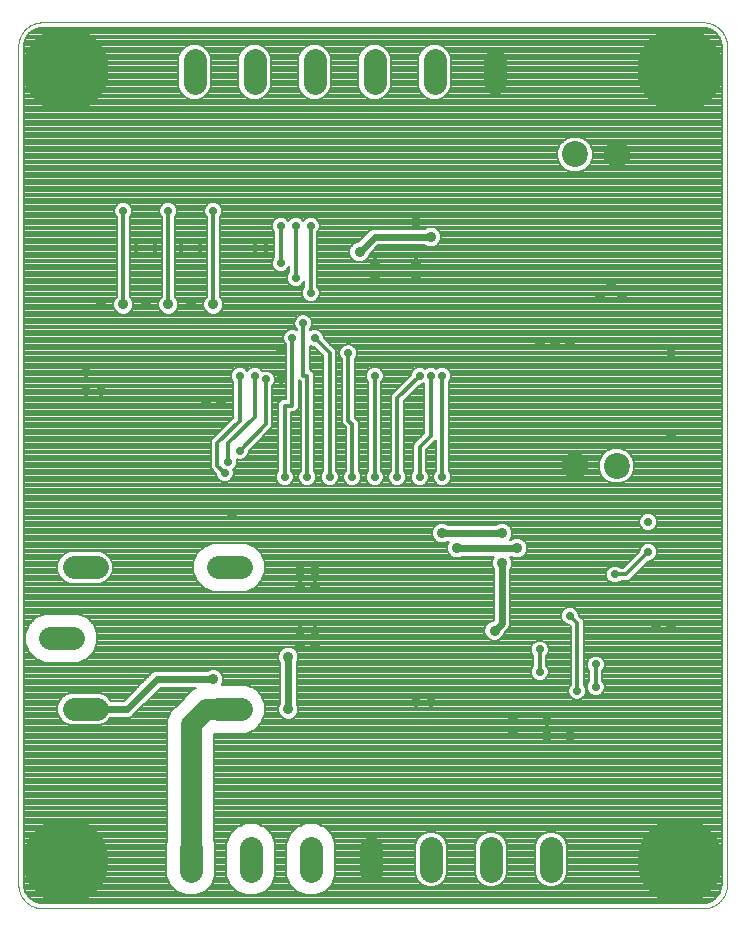
<source format=gbl>
G75*
%MOIN*%
%OFA0B0*%
%FSLAX25Y25*%
%IPPOS*%
%LPD*%
%AMOC8*
5,1,8,0,0,1.08239X$1,22.5*
%
%ADD10C,0.00400*%
%ADD11C,0.08661*%
%ADD12OC8,0.08661*%
%ADD13C,0.07677*%
%ADD14C,0.00787*%
%ADD15C,0.28346*%
%ADD16C,0.03562*%
%ADD17C,0.02775*%
%ADD18C,0.02400*%
%ADD19C,0.01200*%
%ADD20C,0.07000*%
D10*
X0001394Y0009268D02*
X0001394Y0288795D01*
X0001396Y0288985D01*
X0001403Y0289175D01*
X0001415Y0289365D01*
X0001431Y0289555D01*
X0001451Y0289744D01*
X0001477Y0289933D01*
X0001506Y0290121D01*
X0001541Y0290308D01*
X0001580Y0290494D01*
X0001623Y0290679D01*
X0001671Y0290864D01*
X0001723Y0291047D01*
X0001779Y0291228D01*
X0001840Y0291408D01*
X0001906Y0291587D01*
X0001975Y0291764D01*
X0002049Y0291940D01*
X0002127Y0292113D01*
X0002210Y0292285D01*
X0002296Y0292454D01*
X0002386Y0292622D01*
X0002481Y0292787D01*
X0002579Y0292950D01*
X0002682Y0293110D01*
X0002788Y0293268D01*
X0002898Y0293423D01*
X0003011Y0293576D01*
X0003129Y0293726D01*
X0003250Y0293872D01*
X0003374Y0294016D01*
X0003502Y0294157D01*
X0003633Y0294295D01*
X0003768Y0294430D01*
X0003906Y0294561D01*
X0004047Y0294689D01*
X0004191Y0294813D01*
X0004337Y0294934D01*
X0004487Y0295052D01*
X0004640Y0295165D01*
X0004795Y0295275D01*
X0004953Y0295381D01*
X0005113Y0295484D01*
X0005276Y0295582D01*
X0005441Y0295677D01*
X0005609Y0295767D01*
X0005778Y0295853D01*
X0005950Y0295936D01*
X0006123Y0296014D01*
X0006299Y0296088D01*
X0006476Y0296157D01*
X0006655Y0296223D01*
X0006835Y0296284D01*
X0007016Y0296340D01*
X0007199Y0296392D01*
X0007384Y0296440D01*
X0007569Y0296483D01*
X0007755Y0296522D01*
X0007942Y0296557D01*
X0008130Y0296586D01*
X0008319Y0296612D01*
X0008508Y0296632D01*
X0008698Y0296648D01*
X0008888Y0296660D01*
X0009078Y0296667D01*
X0009268Y0296669D01*
X0229740Y0296669D01*
X0229930Y0296667D01*
X0230120Y0296660D01*
X0230310Y0296648D01*
X0230500Y0296632D01*
X0230689Y0296612D01*
X0230878Y0296586D01*
X0231066Y0296557D01*
X0231253Y0296522D01*
X0231439Y0296483D01*
X0231624Y0296440D01*
X0231809Y0296392D01*
X0231992Y0296340D01*
X0232173Y0296284D01*
X0232353Y0296223D01*
X0232532Y0296157D01*
X0232709Y0296088D01*
X0232885Y0296014D01*
X0233058Y0295936D01*
X0233230Y0295853D01*
X0233399Y0295767D01*
X0233567Y0295677D01*
X0233732Y0295582D01*
X0233895Y0295484D01*
X0234055Y0295381D01*
X0234213Y0295275D01*
X0234368Y0295165D01*
X0234521Y0295052D01*
X0234671Y0294934D01*
X0234817Y0294813D01*
X0234961Y0294689D01*
X0235102Y0294561D01*
X0235240Y0294430D01*
X0235375Y0294295D01*
X0235506Y0294157D01*
X0235634Y0294016D01*
X0235758Y0293872D01*
X0235879Y0293726D01*
X0235997Y0293576D01*
X0236110Y0293423D01*
X0236220Y0293268D01*
X0236326Y0293110D01*
X0236429Y0292950D01*
X0236527Y0292787D01*
X0236622Y0292622D01*
X0236712Y0292454D01*
X0236798Y0292285D01*
X0236881Y0292113D01*
X0236959Y0291940D01*
X0237033Y0291764D01*
X0237102Y0291587D01*
X0237168Y0291408D01*
X0237229Y0291228D01*
X0237285Y0291047D01*
X0237337Y0290864D01*
X0237385Y0290679D01*
X0237428Y0290494D01*
X0237467Y0290308D01*
X0237502Y0290121D01*
X0237531Y0289933D01*
X0237557Y0289744D01*
X0237577Y0289555D01*
X0237593Y0289365D01*
X0237605Y0289175D01*
X0237612Y0288985D01*
X0237614Y0288795D01*
X0237614Y0009268D01*
X0237612Y0009078D01*
X0237605Y0008888D01*
X0237593Y0008698D01*
X0237577Y0008508D01*
X0237557Y0008319D01*
X0237531Y0008130D01*
X0237502Y0007942D01*
X0237467Y0007755D01*
X0237428Y0007569D01*
X0237385Y0007384D01*
X0237337Y0007199D01*
X0237285Y0007016D01*
X0237229Y0006835D01*
X0237168Y0006655D01*
X0237102Y0006476D01*
X0237033Y0006299D01*
X0236959Y0006123D01*
X0236881Y0005950D01*
X0236798Y0005778D01*
X0236712Y0005609D01*
X0236622Y0005441D01*
X0236527Y0005276D01*
X0236429Y0005113D01*
X0236326Y0004953D01*
X0236220Y0004795D01*
X0236110Y0004640D01*
X0235997Y0004487D01*
X0235879Y0004337D01*
X0235758Y0004191D01*
X0235634Y0004047D01*
X0235506Y0003906D01*
X0235375Y0003768D01*
X0235240Y0003633D01*
X0235102Y0003502D01*
X0234961Y0003374D01*
X0234817Y0003250D01*
X0234671Y0003129D01*
X0234521Y0003011D01*
X0234368Y0002898D01*
X0234213Y0002788D01*
X0234055Y0002682D01*
X0233895Y0002579D01*
X0233732Y0002481D01*
X0233567Y0002386D01*
X0233399Y0002296D01*
X0233230Y0002210D01*
X0233058Y0002127D01*
X0232885Y0002049D01*
X0232709Y0001975D01*
X0232532Y0001906D01*
X0232353Y0001840D01*
X0232173Y0001779D01*
X0231992Y0001723D01*
X0231809Y0001671D01*
X0231624Y0001623D01*
X0231439Y0001580D01*
X0231253Y0001541D01*
X0231066Y0001506D01*
X0230878Y0001477D01*
X0230689Y0001451D01*
X0230500Y0001431D01*
X0230310Y0001415D01*
X0230120Y0001403D01*
X0229930Y0001396D01*
X0229740Y0001394D01*
X0009268Y0001394D01*
X0009078Y0001396D01*
X0008888Y0001403D01*
X0008698Y0001415D01*
X0008508Y0001431D01*
X0008319Y0001451D01*
X0008130Y0001477D01*
X0007942Y0001506D01*
X0007755Y0001541D01*
X0007569Y0001580D01*
X0007384Y0001623D01*
X0007199Y0001671D01*
X0007016Y0001723D01*
X0006835Y0001779D01*
X0006655Y0001840D01*
X0006476Y0001906D01*
X0006299Y0001975D01*
X0006123Y0002049D01*
X0005950Y0002127D01*
X0005778Y0002210D01*
X0005609Y0002296D01*
X0005441Y0002386D01*
X0005276Y0002481D01*
X0005113Y0002579D01*
X0004953Y0002682D01*
X0004795Y0002788D01*
X0004640Y0002898D01*
X0004487Y0003011D01*
X0004337Y0003129D01*
X0004191Y0003250D01*
X0004047Y0003374D01*
X0003906Y0003502D01*
X0003768Y0003633D01*
X0003633Y0003768D01*
X0003502Y0003906D01*
X0003374Y0004047D01*
X0003250Y0004191D01*
X0003129Y0004337D01*
X0003011Y0004487D01*
X0002898Y0004640D01*
X0002788Y0004795D01*
X0002682Y0004953D01*
X0002579Y0005113D01*
X0002481Y0005276D01*
X0002386Y0005441D01*
X0002296Y0005609D01*
X0002210Y0005778D01*
X0002127Y0005950D01*
X0002049Y0006123D01*
X0001975Y0006299D01*
X0001906Y0006476D01*
X0001840Y0006655D01*
X0001779Y0006835D01*
X0001723Y0007016D01*
X0001671Y0007199D01*
X0001623Y0007384D01*
X0001580Y0007569D01*
X0001541Y0007755D01*
X0001506Y0007942D01*
X0001477Y0008130D01*
X0001451Y0008319D01*
X0001431Y0008508D01*
X0001415Y0008698D01*
X0001403Y0008888D01*
X0001396Y0009078D01*
X0001394Y0009268D01*
D11*
X0200783Y0148894D03*
X0187004Y0252644D03*
D12*
X0200783Y0252644D03*
X0187004Y0148894D03*
D13*
X0178894Y0021482D02*
X0178894Y0013805D01*
X0158894Y0013805D02*
X0158894Y0021482D01*
X0138894Y0021482D02*
X0138894Y0013805D01*
X0118894Y0013805D02*
X0118894Y0021482D01*
X0098894Y0021482D02*
X0098894Y0013805D01*
X0078894Y0013805D02*
X0078894Y0021482D01*
X0058894Y0021482D02*
X0058894Y0013805D01*
X0067821Y0067772D02*
X0075498Y0067772D01*
X0075498Y0115016D02*
X0067821Y0115016D01*
X0027467Y0115016D02*
X0019789Y0115016D01*
X0019593Y0091394D02*
X0011915Y0091394D01*
X0019789Y0067772D02*
X0027467Y0067772D01*
X0060144Y0276305D02*
X0060144Y0283982D01*
X0080144Y0283982D02*
X0080144Y0276305D01*
X0100144Y0276305D02*
X0100144Y0283982D01*
X0120144Y0283982D02*
X0120144Y0276305D01*
X0140144Y0276305D02*
X0140144Y0283982D01*
X0160144Y0283982D02*
X0160144Y0276305D01*
D14*
X0003850Y0006507D02*
X0004968Y0004968D01*
X0006507Y0003850D01*
X0008317Y0003262D01*
X0009268Y0003187D01*
X0229740Y0003187D01*
X0230691Y0003262D01*
X0232501Y0003850D01*
X0234040Y0004968D01*
X0235158Y0006507D01*
X0235746Y0008317D01*
X0235820Y0009268D01*
X0235820Y0288795D01*
X0235746Y0289746D01*
X0235158Y0291556D01*
X0234040Y0293095D01*
X0232501Y0294213D01*
X0230691Y0294801D01*
X0229740Y0294876D01*
X0009268Y0294876D01*
X0008317Y0294801D01*
X0006507Y0294213D01*
X0004968Y0293095D01*
X0003850Y0291556D01*
X0003262Y0289746D01*
X0003187Y0288795D01*
X0003187Y0009268D01*
X0003262Y0008317D01*
X0003850Y0006507D01*
X0003724Y0006895D02*
X0054251Y0006895D01*
X0054266Y0006880D02*
X0057269Y0005636D01*
X0060519Y0005636D01*
X0063521Y0006880D01*
X0065819Y0009178D01*
X0067063Y0012180D01*
X0067063Y0023107D01*
X0066724Y0023925D01*
X0066724Y0059400D01*
X0066927Y0059602D01*
X0077123Y0059602D01*
X0080126Y0060846D01*
X0082424Y0063144D01*
X0083667Y0066147D01*
X0083667Y0069397D01*
X0082424Y0072399D01*
X0080126Y0074697D01*
X0077123Y0075941D01*
X0069341Y0075941D01*
X0069768Y0076972D01*
X0069768Y0078315D01*
X0069255Y0079555D01*
X0068305Y0080505D01*
X0067065Y0081018D01*
X0065722Y0081018D01*
X0064482Y0080505D01*
X0064415Y0080437D01*
X0047088Y0080437D01*
X0046061Y0080012D01*
X0036487Y0070437D01*
X0032242Y0070437D01*
X0032072Y0070849D01*
X0030544Y0072377D01*
X0028547Y0073204D01*
X0018709Y0073204D01*
X0016712Y0072377D01*
X0015184Y0070849D01*
X0014357Y0068852D01*
X0014357Y0066691D01*
X0015184Y0064695D01*
X0016712Y0063166D01*
X0018709Y0062339D01*
X0028547Y0062339D01*
X0030544Y0063166D01*
X0032072Y0064695D01*
X0032136Y0064850D01*
X0038199Y0064850D01*
X0039226Y0065275D01*
X0040012Y0066061D01*
X0040012Y0066061D01*
X0048801Y0074850D01*
X0060648Y0074850D01*
X0059586Y0074410D01*
X0054458Y0069282D01*
X0052255Y0067079D01*
X0051063Y0064201D01*
X0051063Y0023925D01*
X0050724Y0023107D01*
X0050724Y0012180D01*
X0051968Y0009178D01*
X0054266Y0006880D01*
X0053465Y0007681D02*
X0003469Y0007681D01*
X0003250Y0008467D02*
X0052679Y0008467D01*
X0051937Y0009253D02*
X0003189Y0009253D01*
X0003187Y0010039D02*
X0051611Y0010039D01*
X0051286Y0010825D02*
X0003187Y0010825D01*
X0003187Y0011611D02*
X0050960Y0011611D01*
X0050724Y0012396D02*
X0003187Y0012396D01*
X0003187Y0013182D02*
X0050724Y0013182D01*
X0050724Y0013968D02*
X0003187Y0013968D01*
X0003187Y0014754D02*
X0050724Y0014754D01*
X0050724Y0015540D02*
X0003187Y0015540D01*
X0003187Y0016326D02*
X0050724Y0016326D01*
X0050724Y0017112D02*
X0003187Y0017112D01*
X0003187Y0017898D02*
X0050724Y0017898D01*
X0050724Y0018684D02*
X0003187Y0018684D01*
X0003187Y0019470D02*
X0050724Y0019470D01*
X0050724Y0020256D02*
X0003187Y0020256D01*
X0003187Y0021042D02*
X0050724Y0021042D01*
X0050724Y0021827D02*
X0003187Y0021827D01*
X0003187Y0022613D02*
X0050724Y0022613D01*
X0050845Y0023399D02*
X0003187Y0023399D01*
X0003187Y0024185D02*
X0051063Y0024185D01*
X0051063Y0024971D02*
X0003187Y0024971D01*
X0003187Y0025757D02*
X0051063Y0025757D01*
X0051063Y0026543D02*
X0003187Y0026543D01*
X0003187Y0027329D02*
X0051063Y0027329D01*
X0051063Y0028115D02*
X0003187Y0028115D01*
X0003187Y0028901D02*
X0051063Y0028901D01*
X0051063Y0029687D02*
X0003187Y0029687D01*
X0003187Y0030472D02*
X0051063Y0030472D01*
X0051063Y0031258D02*
X0003187Y0031258D01*
X0003187Y0032044D02*
X0051063Y0032044D01*
X0051063Y0032830D02*
X0003187Y0032830D01*
X0003187Y0033616D02*
X0051063Y0033616D01*
X0051063Y0034402D02*
X0003187Y0034402D01*
X0003187Y0035188D02*
X0051063Y0035188D01*
X0051063Y0035974D02*
X0003187Y0035974D01*
X0003187Y0036760D02*
X0051063Y0036760D01*
X0051063Y0037546D02*
X0003187Y0037546D01*
X0003187Y0038332D02*
X0051063Y0038332D01*
X0051063Y0039118D02*
X0003187Y0039118D01*
X0003187Y0039903D02*
X0051063Y0039903D01*
X0051063Y0040689D02*
X0003187Y0040689D01*
X0003187Y0041475D02*
X0051063Y0041475D01*
X0051063Y0042261D02*
X0003187Y0042261D01*
X0003187Y0043047D02*
X0051063Y0043047D01*
X0051063Y0043833D02*
X0003187Y0043833D01*
X0003187Y0044619D02*
X0051063Y0044619D01*
X0051063Y0045405D02*
X0003187Y0045405D01*
X0003187Y0046191D02*
X0051063Y0046191D01*
X0051063Y0046977D02*
X0003187Y0046977D01*
X0003187Y0047763D02*
X0051063Y0047763D01*
X0051063Y0048548D02*
X0003187Y0048548D01*
X0003187Y0049334D02*
X0051063Y0049334D01*
X0051063Y0050120D02*
X0003187Y0050120D01*
X0003187Y0050906D02*
X0051063Y0050906D01*
X0051063Y0051692D02*
X0003187Y0051692D01*
X0003187Y0052478D02*
X0051063Y0052478D01*
X0051063Y0053264D02*
X0003187Y0053264D01*
X0003187Y0054050D02*
X0051063Y0054050D01*
X0051063Y0054836D02*
X0003187Y0054836D01*
X0003187Y0055622D02*
X0051063Y0055622D01*
X0051063Y0056408D02*
X0003187Y0056408D01*
X0003187Y0057194D02*
X0051063Y0057194D01*
X0051063Y0057979D02*
X0003187Y0057979D01*
X0003187Y0058765D02*
X0051063Y0058765D01*
X0051063Y0059551D02*
X0003187Y0059551D01*
X0003187Y0060337D02*
X0051063Y0060337D01*
X0051063Y0061123D02*
X0003187Y0061123D01*
X0003187Y0061909D02*
X0051063Y0061909D01*
X0051063Y0062695D02*
X0029405Y0062695D01*
X0030858Y0063481D02*
X0051063Y0063481D01*
X0051090Y0064267D02*
X0031644Y0064267D01*
X0032194Y0070554D02*
X0036603Y0070554D01*
X0037389Y0071340D02*
X0031581Y0071340D01*
X0030795Y0072126D02*
X0038175Y0072126D01*
X0038961Y0072912D02*
X0029252Y0072912D01*
X0018004Y0072912D02*
X0003187Y0072912D01*
X0003187Y0073698D02*
X0039747Y0073698D01*
X0040533Y0074484D02*
X0003187Y0074484D01*
X0003187Y0075270D02*
X0041319Y0075270D01*
X0042105Y0076055D02*
X0003187Y0076055D01*
X0003187Y0076841D02*
X0042890Y0076841D01*
X0043676Y0077627D02*
X0003187Y0077627D01*
X0003187Y0078413D02*
X0044462Y0078413D01*
X0045248Y0079199D02*
X0003187Y0079199D01*
X0003187Y0079985D02*
X0046034Y0079985D01*
X0048434Y0074484D02*
X0059763Y0074484D01*
X0058873Y0073698D02*
X0047649Y0073698D01*
X0046863Y0072912D02*
X0058087Y0072912D01*
X0057302Y0072126D02*
X0046077Y0072126D01*
X0045291Y0071340D02*
X0056516Y0071340D01*
X0055730Y0070554D02*
X0044505Y0070554D01*
X0043719Y0069768D02*
X0054944Y0069768D01*
X0054158Y0068982D02*
X0042933Y0068982D01*
X0042147Y0068196D02*
X0053372Y0068196D01*
X0052586Y0067410D02*
X0041361Y0067410D01*
X0040575Y0066624D02*
X0052067Y0066624D01*
X0051741Y0065839D02*
X0039789Y0065839D01*
X0038689Y0065053D02*
X0051416Y0065053D01*
X0066876Y0059551D02*
X0235820Y0059551D01*
X0235820Y0058765D02*
X0066724Y0058765D01*
X0066724Y0057979D02*
X0235820Y0057979D01*
X0235820Y0057194D02*
X0066724Y0057194D01*
X0066724Y0056408D02*
X0235820Y0056408D01*
X0235820Y0055622D02*
X0066724Y0055622D01*
X0066724Y0054836D02*
X0235820Y0054836D01*
X0235820Y0054050D02*
X0066724Y0054050D01*
X0066724Y0053264D02*
X0235820Y0053264D01*
X0235820Y0052478D02*
X0066724Y0052478D01*
X0066724Y0051692D02*
X0235820Y0051692D01*
X0235820Y0050906D02*
X0066724Y0050906D01*
X0066724Y0050120D02*
X0235820Y0050120D01*
X0235820Y0049334D02*
X0066724Y0049334D01*
X0066724Y0048548D02*
X0235820Y0048548D01*
X0235820Y0047763D02*
X0066724Y0047763D01*
X0066724Y0046977D02*
X0235820Y0046977D01*
X0235820Y0046191D02*
X0066724Y0046191D01*
X0066724Y0045405D02*
X0235820Y0045405D01*
X0235820Y0044619D02*
X0066724Y0044619D01*
X0066724Y0043833D02*
X0235820Y0043833D01*
X0235820Y0043047D02*
X0066724Y0043047D01*
X0066724Y0042261D02*
X0235820Y0042261D01*
X0235820Y0041475D02*
X0066724Y0041475D01*
X0066724Y0040689D02*
X0235820Y0040689D01*
X0235820Y0039903D02*
X0066724Y0039903D01*
X0066724Y0039118D02*
X0235820Y0039118D01*
X0235820Y0038332D02*
X0066724Y0038332D01*
X0066724Y0037546D02*
X0235820Y0037546D01*
X0235820Y0036760D02*
X0066724Y0036760D01*
X0066724Y0035974D02*
X0235820Y0035974D01*
X0235820Y0035188D02*
X0066724Y0035188D01*
X0066724Y0034402D02*
X0235820Y0034402D01*
X0235820Y0033616D02*
X0066724Y0033616D01*
X0066724Y0032830D02*
X0235820Y0032830D01*
X0235820Y0032044D02*
X0066724Y0032044D01*
X0066724Y0031258D02*
X0235820Y0031258D01*
X0235820Y0030472D02*
X0066724Y0030472D01*
X0066724Y0029687D02*
X0235820Y0029687D01*
X0235820Y0028901D02*
X0102332Y0028901D01*
X0103521Y0028408D02*
X0100519Y0029652D01*
X0097269Y0029652D01*
X0094266Y0028408D01*
X0091968Y0026110D01*
X0090724Y0023107D01*
X0090724Y0012180D01*
X0091968Y0009178D01*
X0094266Y0006880D01*
X0097269Y0005636D01*
X0100519Y0005636D01*
X0103521Y0006880D01*
X0105819Y0009178D01*
X0107063Y0012180D01*
X0107063Y0023107D01*
X0105819Y0026110D01*
X0103521Y0028408D01*
X0103814Y0028115D02*
X0235820Y0028115D01*
X0235820Y0027329D02*
X0104600Y0027329D01*
X0105386Y0026543D02*
X0136916Y0026543D01*
X0137813Y0026915D02*
X0135817Y0026088D01*
X0134288Y0024559D01*
X0133461Y0022563D01*
X0133461Y0012725D01*
X0134288Y0010728D01*
X0135817Y0009200D01*
X0137813Y0008373D01*
X0139974Y0008373D01*
X0141971Y0009200D01*
X0143499Y0010728D01*
X0144326Y0012725D01*
X0144326Y0022563D01*
X0143499Y0024559D01*
X0141971Y0026088D01*
X0139974Y0026915D01*
X0137813Y0026915D01*
X0135486Y0025757D02*
X0105965Y0025757D01*
X0106291Y0024971D02*
X0134700Y0024971D01*
X0134133Y0024185D02*
X0106616Y0024185D01*
X0106942Y0023399D02*
X0133808Y0023399D01*
X0133482Y0022613D02*
X0107063Y0022613D01*
X0107063Y0021827D02*
X0133461Y0021827D01*
X0133461Y0021042D02*
X0107063Y0021042D01*
X0107063Y0020256D02*
X0133461Y0020256D01*
X0133461Y0019470D02*
X0107063Y0019470D01*
X0107063Y0018684D02*
X0133461Y0018684D01*
X0133461Y0017898D02*
X0107063Y0017898D01*
X0107063Y0017112D02*
X0133461Y0017112D01*
X0133461Y0016326D02*
X0107063Y0016326D01*
X0107063Y0015540D02*
X0133461Y0015540D01*
X0133461Y0014754D02*
X0107063Y0014754D01*
X0107063Y0013968D02*
X0133461Y0013968D01*
X0133461Y0013182D02*
X0107063Y0013182D01*
X0107063Y0012396D02*
X0133597Y0012396D01*
X0133923Y0011611D02*
X0106827Y0011611D01*
X0106502Y0010825D02*
X0134248Y0010825D01*
X0134978Y0010039D02*
X0106176Y0010039D01*
X0105850Y0009253D02*
X0135764Y0009253D01*
X0137586Y0008467D02*
X0105109Y0008467D01*
X0104323Y0007681D02*
X0235539Y0007681D01*
X0235757Y0008467D02*
X0180201Y0008467D01*
X0179974Y0008373D02*
X0181971Y0009200D01*
X0183499Y0010728D01*
X0184326Y0012725D01*
X0184326Y0022563D01*
X0183499Y0024559D01*
X0181971Y0026088D01*
X0179974Y0026915D01*
X0177813Y0026915D01*
X0175817Y0026088D01*
X0174288Y0024559D01*
X0173461Y0022563D01*
X0173461Y0012725D01*
X0174288Y0010728D01*
X0175817Y0009200D01*
X0177813Y0008373D01*
X0179974Y0008373D01*
X0182024Y0009253D02*
X0235819Y0009253D01*
X0235820Y0010039D02*
X0182810Y0010039D01*
X0183539Y0010825D02*
X0235820Y0010825D01*
X0235820Y0011611D02*
X0183865Y0011611D01*
X0184190Y0012396D02*
X0235820Y0012396D01*
X0235820Y0013182D02*
X0184326Y0013182D01*
X0184326Y0013968D02*
X0235820Y0013968D01*
X0235820Y0014754D02*
X0184326Y0014754D01*
X0184326Y0015540D02*
X0235820Y0015540D01*
X0235820Y0016326D02*
X0184326Y0016326D01*
X0184326Y0017112D02*
X0235820Y0017112D01*
X0235820Y0017898D02*
X0184326Y0017898D01*
X0184326Y0018684D02*
X0235820Y0018684D01*
X0235820Y0019470D02*
X0184326Y0019470D01*
X0184326Y0020256D02*
X0235820Y0020256D01*
X0235820Y0021042D02*
X0184326Y0021042D01*
X0184326Y0021827D02*
X0235820Y0021827D01*
X0235820Y0022613D02*
X0184305Y0022613D01*
X0183980Y0023399D02*
X0235820Y0023399D01*
X0235820Y0024185D02*
X0183654Y0024185D01*
X0183087Y0024971D02*
X0235820Y0024971D01*
X0235820Y0025757D02*
X0182301Y0025757D01*
X0180871Y0026543D02*
X0235820Y0026543D01*
X0235284Y0006895D02*
X0103537Y0006895D01*
X0101661Y0006109D02*
X0234869Y0006109D01*
X0234298Y0005323D02*
X0004710Y0005323D01*
X0004139Y0006109D02*
X0056126Y0006109D01*
X0061661Y0006109D02*
X0076126Y0006109D01*
X0077269Y0005636D02*
X0074266Y0006880D01*
X0071968Y0009178D01*
X0070724Y0012180D01*
X0070724Y0023107D01*
X0071968Y0026110D01*
X0074266Y0028408D01*
X0077269Y0029652D01*
X0080519Y0029652D01*
X0083521Y0028408D01*
X0085819Y0026110D01*
X0087063Y0023107D01*
X0087063Y0012180D01*
X0085819Y0009178D01*
X0083521Y0006880D01*
X0080519Y0005636D01*
X0077269Y0005636D01*
X0074251Y0006895D02*
X0063537Y0006895D01*
X0064323Y0007681D02*
X0073465Y0007681D01*
X0072679Y0008467D02*
X0065109Y0008467D01*
X0065850Y0009253D02*
X0071937Y0009253D01*
X0071611Y0010039D02*
X0066176Y0010039D01*
X0066502Y0010825D02*
X0071286Y0010825D01*
X0070960Y0011611D02*
X0066827Y0011611D01*
X0067063Y0012396D02*
X0070724Y0012396D01*
X0070724Y0013182D02*
X0067063Y0013182D01*
X0067063Y0013968D02*
X0070724Y0013968D01*
X0070724Y0014754D02*
X0067063Y0014754D01*
X0067063Y0015540D02*
X0070724Y0015540D01*
X0070724Y0016326D02*
X0067063Y0016326D01*
X0067063Y0017112D02*
X0070724Y0017112D01*
X0070724Y0017898D02*
X0067063Y0017898D01*
X0067063Y0018684D02*
X0070724Y0018684D01*
X0070724Y0019470D02*
X0067063Y0019470D01*
X0067063Y0020256D02*
X0070724Y0020256D01*
X0070724Y0021042D02*
X0067063Y0021042D01*
X0067063Y0021827D02*
X0070724Y0021827D01*
X0070724Y0022613D02*
X0067063Y0022613D01*
X0066942Y0023399D02*
X0070845Y0023399D01*
X0071171Y0024185D02*
X0066724Y0024185D01*
X0066724Y0024971D02*
X0071496Y0024971D01*
X0071822Y0025757D02*
X0066724Y0025757D01*
X0066724Y0026543D02*
X0072401Y0026543D01*
X0073187Y0027329D02*
X0066724Y0027329D01*
X0066724Y0028115D02*
X0073973Y0028115D01*
X0075456Y0028901D02*
X0066724Y0028901D01*
X0082332Y0028901D02*
X0095456Y0028901D01*
X0093973Y0028115D02*
X0083814Y0028115D01*
X0084600Y0027329D02*
X0093187Y0027329D01*
X0092401Y0026543D02*
X0085386Y0026543D01*
X0085965Y0025757D02*
X0091822Y0025757D01*
X0091496Y0024971D02*
X0086291Y0024971D01*
X0086616Y0024185D02*
X0091171Y0024185D01*
X0090845Y0023399D02*
X0086942Y0023399D01*
X0087063Y0022613D02*
X0090724Y0022613D01*
X0090724Y0021827D02*
X0087063Y0021827D01*
X0087063Y0021042D02*
X0090724Y0021042D01*
X0090724Y0020256D02*
X0087063Y0020256D01*
X0087063Y0019470D02*
X0090724Y0019470D01*
X0090724Y0018684D02*
X0087063Y0018684D01*
X0087063Y0017898D02*
X0090724Y0017898D01*
X0090724Y0017112D02*
X0087063Y0017112D01*
X0087063Y0016326D02*
X0090724Y0016326D01*
X0090724Y0015540D02*
X0087063Y0015540D01*
X0087063Y0014754D02*
X0090724Y0014754D01*
X0090724Y0013968D02*
X0087063Y0013968D01*
X0087063Y0013182D02*
X0090724Y0013182D01*
X0090724Y0012396D02*
X0087063Y0012396D01*
X0086827Y0011611D02*
X0090960Y0011611D01*
X0091286Y0010825D02*
X0086502Y0010825D01*
X0086176Y0010039D02*
X0091611Y0010039D01*
X0091937Y0009253D02*
X0085850Y0009253D01*
X0085109Y0008467D02*
X0092679Y0008467D01*
X0093465Y0007681D02*
X0084323Y0007681D01*
X0083537Y0006895D02*
X0094251Y0006895D01*
X0096126Y0006109D02*
X0081661Y0006109D01*
X0078897Y0060337D02*
X0235820Y0060337D01*
X0235820Y0061123D02*
X0080403Y0061123D01*
X0081188Y0061909D02*
X0235820Y0061909D01*
X0235820Y0062695D02*
X0081974Y0062695D01*
X0082563Y0063481D02*
X0235820Y0063481D01*
X0235820Y0064267D02*
X0082889Y0064267D01*
X0083214Y0065053D02*
X0089212Y0065053D01*
X0089482Y0064783D02*
X0090722Y0064269D01*
X0092065Y0064269D01*
X0093305Y0064783D01*
X0094255Y0065732D01*
X0094768Y0066972D01*
X0094768Y0068315D01*
X0094255Y0069555D01*
X0094187Y0069623D01*
X0094187Y0083165D01*
X0094255Y0083232D01*
X0094768Y0084472D01*
X0094768Y0085815D01*
X0094255Y0087055D01*
X0093305Y0088005D01*
X0092065Y0088518D01*
X0090722Y0088518D01*
X0089482Y0088005D01*
X0088533Y0087055D01*
X0088019Y0085815D01*
X0088019Y0084472D01*
X0088533Y0083232D01*
X0088600Y0083165D01*
X0088600Y0069623D01*
X0088533Y0069555D01*
X0088019Y0068315D01*
X0088019Y0066972D01*
X0088533Y0065732D01*
X0089482Y0064783D01*
X0088489Y0065839D02*
X0083540Y0065839D01*
X0083667Y0066624D02*
X0088163Y0066624D01*
X0088019Y0067410D02*
X0083667Y0067410D01*
X0083667Y0068196D02*
X0088019Y0068196D01*
X0088295Y0068982D02*
X0083667Y0068982D01*
X0083513Y0069768D02*
X0088600Y0069768D01*
X0088600Y0070554D02*
X0083188Y0070554D01*
X0082862Y0071340D02*
X0088600Y0071340D01*
X0088600Y0072126D02*
X0082537Y0072126D01*
X0081911Y0072912D02*
X0088600Y0072912D01*
X0088600Y0073698D02*
X0081125Y0073698D01*
X0080339Y0074484D02*
X0088600Y0074484D01*
X0088600Y0075270D02*
X0078744Y0075270D01*
X0069714Y0076841D02*
X0088600Y0076841D01*
X0088600Y0076055D02*
X0069389Y0076055D01*
X0069768Y0077627D02*
X0088600Y0077627D01*
X0088600Y0078413D02*
X0069728Y0078413D01*
X0069402Y0079199D02*
X0088600Y0079199D01*
X0088600Y0079985D02*
X0068825Y0079985D01*
X0067663Y0080771D02*
X0088600Y0080771D01*
X0088600Y0081557D02*
X0003187Y0081557D01*
X0003187Y0082343D02*
X0088600Y0082343D01*
X0088600Y0083129D02*
X0003187Y0083129D01*
X0003187Y0083915D02*
X0008624Y0083915D01*
X0007288Y0084468D02*
X0010290Y0083224D01*
X0021217Y0083224D01*
X0024220Y0084468D01*
X0026518Y0086766D01*
X0027762Y0089769D01*
X0027762Y0093019D01*
X0026518Y0096021D01*
X0024220Y0098319D01*
X0021217Y0099563D01*
X0010290Y0099563D01*
X0007288Y0098319D01*
X0004990Y0096021D01*
X0003746Y0093019D01*
X0003746Y0089769D01*
X0004990Y0086766D01*
X0007288Y0084468D01*
X0007055Y0084700D02*
X0003187Y0084700D01*
X0003187Y0085486D02*
X0006270Y0085486D01*
X0005484Y0086272D02*
X0003187Y0086272D01*
X0003187Y0087058D02*
X0004869Y0087058D01*
X0004543Y0087844D02*
X0003187Y0087844D01*
X0003187Y0088630D02*
X0004218Y0088630D01*
X0003892Y0089416D02*
X0003187Y0089416D01*
X0003187Y0090202D02*
X0003746Y0090202D01*
X0003746Y0090988D02*
X0003187Y0090988D01*
X0003187Y0091774D02*
X0003746Y0091774D01*
X0003746Y0092560D02*
X0003187Y0092560D01*
X0003187Y0093346D02*
X0003881Y0093346D01*
X0004207Y0094131D02*
X0003187Y0094131D01*
X0003187Y0094917D02*
X0004533Y0094917D01*
X0004858Y0095703D02*
X0003187Y0095703D01*
X0003187Y0096489D02*
X0005458Y0096489D01*
X0006244Y0097275D02*
X0003187Y0097275D01*
X0003187Y0098061D02*
X0007030Y0098061D01*
X0008562Y0098847D02*
X0003187Y0098847D01*
X0003187Y0099633D02*
X0159850Y0099633D01*
X0159850Y0100419D02*
X0003187Y0100419D01*
X0003187Y0101205D02*
X0159850Y0101205D01*
X0159850Y0101991D02*
X0003187Y0101991D01*
X0003187Y0102776D02*
X0159850Y0102776D01*
X0159850Y0103562D02*
X0003187Y0103562D01*
X0003187Y0104348D02*
X0159850Y0104348D01*
X0159850Y0105134D02*
X0003187Y0105134D01*
X0003187Y0105920D02*
X0159850Y0105920D01*
X0159850Y0106706D02*
X0003187Y0106706D01*
X0003187Y0107492D02*
X0064638Y0107492D01*
X0063193Y0108090D02*
X0066196Y0106846D01*
X0077123Y0106846D01*
X0080126Y0108090D01*
X0082424Y0110388D01*
X0083667Y0113391D01*
X0083667Y0116641D01*
X0082424Y0119643D01*
X0080126Y0121941D01*
X0077123Y0123185D01*
X0066196Y0123185D01*
X0063193Y0121941D01*
X0060895Y0119643D01*
X0059652Y0116641D01*
X0059652Y0113391D01*
X0060895Y0110388D01*
X0063193Y0108090D01*
X0063006Y0108278D02*
X0003187Y0108278D01*
X0003187Y0109064D02*
X0062220Y0109064D01*
X0061434Y0109850D02*
X0029190Y0109850D01*
X0028547Y0109583D02*
X0030544Y0110410D01*
X0032072Y0111939D01*
X0032899Y0113935D01*
X0032899Y0116096D01*
X0032072Y0118093D01*
X0030544Y0119621D01*
X0028547Y0120448D01*
X0018709Y0120448D01*
X0016712Y0119621D01*
X0015184Y0118093D01*
X0014357Y0116096D01*
X0014357Y0113935D01*
X0015184Y0111939D01*
X0016712Y0110410D01*
X0018709Y0109583D01*
X0028547Y0109583D01*
X0030769Y0110636D02*
X0060793Y0110636D01*
X0060467Y0111422D02*
X0031555Y0111422D01*
X0032183Y0112207D02*
X0060142Y0112207D01*
X0059816Y0112993D02*
X0032509Y0112993D01*
X0032834Y0113779D02*
X0059652Y0113779D01*
X0059652Y0114565D02*
X0032899Y0114565D01*
X0032899Y0115351D02*
X0059652Y0115351D01*
X0059652Y0116137D02*
X0032882Y0116137D01*
X0032556Y0116923D02*
X0059768Y0116923D01*
X0060094Y0117709D02*
X0032231Y0117709D01*
X0031670Y0118495D02*
X0060420Y0118495D01*
X0060745Y0119281D02*
X0030884Y0119281D01*
X0029468Y0120067D02*
X0061319Y0120067D01*
X0062104Y0120852D02*
X0003187Y0120852D01*
X0003187Y0120067D02*
X0017788Y0120067D01*
X0016372Y0119281D02*
X0003187Y0119281D01*
X0003187Y0118495D02*
X0015586Y0118495D01*
X0015025Y0117709D02*
X0003187Y0117709D01*
X0003187Y0116923D02*
X0014699Y0116923D01*
X0014374Y0116137D02*
X0003187Y0116137D01*
X0003187Y0115351D02*
X0014357Y0115351D01*
X0014357Y0114565D02*
X0003187Y0114565D01*
X0003187Y0113779D02*
X0014422Y0113779D01*
X0014747Y0112993D02*
X0003187Y0112993D01*
X0003187Y0112207D02*
X0015073Y0112207D01*
X0015701Y0111422D02*
X0003187Y0111422D01*
X0003187Y0110636D02*
X0016487Y0110636D01*
X0018066Y0109850D02*
X0003187Y0109850D01*
X0003187Y0121638D02*
X0062890Y0121638D01*
X0064359Y0122424D02*
X0003187Y0122424D01*
X0003187Y0123210D02*
X0141511Y0123210D01*
X0141972Y0123019D02*
X0143315Y0123019D01*
X0144555Y0123533D01*
X0144623Y0123600D01*
X0145077Y0123600D01*
X0144783Y0123305D01*
X0144269Y0122065D01*
X0144269Y0120722D01*
X0144783Y0119482D01*
X0145732Y0118533D01*
X0146972Y0118019D01*
X0148315Y0118019D01*
X0149555Y0118533D01*
X0149623Y0118600D01*
X0160077Y0118600D01*
X0159783Y0118305D01*
X0159269Y0117065D01*
X0159269Y0115722D01*
X0159783Y0114482D01*
X0159850Y0114415D01*
X0159850Y0097551D01*
X0159568Y0097268D01*
X0159472Y0097268D01*
X0158232Y0096755D01*
X0157283Y0095805D01*
X0156769Y0094565D01*
X0156769Y0093222D01*
X0157283Y0091982D01*
X0158232Y0091033D01*
X0159472Y0090519D01*
X0160815Y0090519D01*
X0162055Y0091033D01*
X0163005Y0091982D01*
X0163518Y0093222D01*
X0163518Y0093318D01*
X0164226Y0094025D01*
X0165012Y0094811D01*
X0165437Y0095838D01*
X0165437Y0114415D01*
X0165505Y0114482D01*
X0166018Y0115722D01*
X0166018Y0117065D01*
X0165505Y0118305D01*
X0165210Y0118600D01*
X0165665Y0118600D01*
X0165732Y0118533D01*
X0166972Y0118019D01*
X0168315Y0118019D01*
X0169555Y0118533D01*
X0170505Y0119482D01*
X0171018Y0120722D01*
X0171018Y0122065D01*
X0170505Y0123305D01*
X0169555Y0124255D01*
X0168315Y0124768D01*
X0166972Y0124768D01*
X0165732Y0124255D01*
X0165665Y0124187D01*
X0165210Y0124187D01*
X0165505Y0124482D01*
X0166018Y0125722D01*
X0166018Y0127065D01*
X0165505Y0128305D01*
X0164555Y0129255D01*
X0163315Y0129768D01*
X0161972Y0129768D01*
X0160732Y0129255D01*
X0160665Y0129187D01*
X0144623Y0129187D01*
X0144555Y0129255D01*
X0143315Y0129768D01*
X0141972Y0129768D01*
X0140732Y0129255D01*
X0139783Y0128305D01*
X0139269Y0127065D01*
X0139269Y0125722D01*
X0139783Y0124482D01*
X0140732Y0123533D01*
X0141972Y0123019D01*
X0143777Y0123210D02*
X0144743Y0123210D01*
X0144418Y0122424D02*
X0078960Y0122424D01*
X0080429Y0121638D02*
X0144269Y0121638D01*
X0144269Y0120852D02*
X0081214Y0120852D01*
X0082000Y0120067D02*
X0144541Y0120067D01*
X0144984Y0119281D02*
X0082574Y0119281D01*
X0082899Y0118495D02*
X0145824Y0118495D01*
X0149464Y0118495D02*
X0159972Y0118495D01*
X0159536Y0117709D02*
X0083225Y0117709D01*
X0083550Y0116923D02*
X0159269Y0116923D01*
X0159269Y0116137D02*
X0083667Y0116137D01*
X0083667Y0115351D02*
X0159423Y0115351D01*
X0159748Y0114565D02*
X0083667Y0114565D01*
X0083667Y0113779D02*
X0159850Y0113779D01*
X0159850Y0112993D02*
X0083503Y0112993D01*
X0083177Y0112207D02*
X0159850Y0112207D01*
X0159850Y0111422D02*
X0082852Y0111422D01*
X0082526Y0110636D02*
X0159850Y0110636D01*
X0159850Y0109850D02*
X0081885Y0109850D01*
X0081099Y0109064D02*
X0159850Y0109064D01*
X0159850Y0108278D02*
X0080313Y0108278D01*
X0078681Y0107492D02*
X0159850Y0107492D01*
X0165437Y0107492D02*
X0235820Y0107492D01*
X0235820Y0108278D02*
X0165437Y0108278D01*
X0165437Y0109064D02*
X0235820Y0109064D01*
X0235820Y0109850D02*
X0201188Y0109850D01*
X0200737Y0109663D02*
X0201832Y0110116D01*
X0202166Y0110450D01*
X0204802Y0110450D01*
X0211515Y0117163D01*
X0211987Y0117163D01*
X0213082Y0117616D01*
X0213921Y0118455D01*
X0214375Y0119551D01*
X0214375Y0120737D01*
X0213921Y0121832D01*
X0213082Y0122671D01*
X0211987Y0123125D01*
X0210801Y0123125D01*
X0209705Y0122671D01*
X0208866Y0121832D01*
X0208413Y0120737D01*
X0208413Y0120265D01*
X0202985Y0114837D01*
X0202166Y0114837D01*
X0201832Y0115171D01*
X0200737Y0115625D01*
X0199551Y0115625D01*
X0198455Y0115171D01*
X0197616Y0114332D01*
X0197163Y0113237D01*
X0197163Y0112051D01*
X0197616Y0110955D01*
X0198455Y0110116D01*
X0199551Y0109663D01*
X0200737Y0109663D01*
X0199099Y0109850D02*
X0165437Y0109850D01*
X0165437Y0110636D02*
X0197936Y0110636D01*
X0197423Y0111422D02*
X0165437Y0111422D01*
X0165437Y0112207D02*
X0197163Y0112207D01*
X0197163Y0112993D02*
X0165437Y0112993D01*
X0165437Y0113779D02*
X0197387Y0113779D01*
X0197849Y0114565D02*
X0165539Y0114565D01*
X0165865Y0115351D02*
X0198890Y0115351D01*
X0201398Y0115351D02*
X0203499Y0115351D01*
X0204285Y0116137D02*
X0166018Y0116137D01*
X0166018Y0116923D02*
X0205071Y0116923D01*
X0205856Y0117709D02*
X0165752Y0117709D01*
X0165824Y0118495D02*
X0165315Y0118495D01*
X0169464Y0118495D02*
X0206642Y0118495D01*
X0207428Y0119281D02*
X0170303Y0119281D01*
X0170747Y0120067D02*
X0208214Y0120067D01*
X0208461Y0120852D02*
X0171018Y0120852D01*
X0171018Y0121638D02*
X0208786Y0121638D01*
X0209458Y0122424D02*
X0170870Y0122424D01*
X0170544Y0123210D02*
X0235820Y0123210D01*
X0235820Y0122424D02*
X0213329Y0122424D01*
X0214001Y0121638D02*
X0235820Y0121638D01*
X0235820Y0120852D02*
X0214327Y0120852D01*
X0214375Y0120067D02*
X0235820Y0120067D01*
X0235820Y0119281D02*
X0214263Y0119281D01*
X0213937Y0118495D02*
X0235820Y0118495D01*
X0235820Y0117709D02*
X0213175Y0117709D01*
X0211275Y0116923D02*
X0235820Y0116923D01*
X0235820Y0116137D02*
X0210489Y0116137D01*
X0209703Y0115351D02*
X0235820Y0115351D01*
X0235820Y0114565D02*
X0208918Y0114565D01*
X0208132Y0113779D02*
X0235820Y0113779D01*
X0235820Y0112993D02*
X0207346Y0112993D01*
X0206560Y0112207D02*
X0235820Y0112207D01*
X0235820Y0111422D02*
X0205774Y0111422D01*
X0204988Y0110636D02*
X0235820Y0110636D01*
X0235820Y0106706D02*
X0165437Y0106706D01*
X0165437Y0105920D02*
X0235820Y0105920D01*
X0235820Y0105134D02*
X0165437Y0105134D01*
X0165437Y0104348D02*
X0235820Y0104348D01*
X0235820Y0103562D02*
X0165437Y0103562D01*
X0165437Y0102776D02*
X0235820Y0102776D01*
X0235820Y0101991D02*
X0165437Y0101991D01*
X0165437Y0101205D02*
X0183239Y0101205D01*
X0183455Y0101421D02*
X0182616Y0100582D01*
X0182163Y0099487D01*
X0182163Y0098301D01*
X0182616Y0097205D01*
X0183455Y0096366D01*
X0184551Y0095913D01*
X0185022Y0095913D01*
X0185450Y0095485D01*
X0185450Y0075916D01*
X0185116Y0075582D01*
X0184663Y0074487D01*
X0184663Y0073301D01*
X0185116Y0072205D01*
X0185955Y0071366D01*
X0187051Y0070913D01*
X0188237Y0070913D01*
X0189332Y0071366D01*
X0190171Y0072205D01*
X0190625Y0073301D01*
X0190625Y0074487D01*
X0190171Y0075582D01*
X0189837Y0075916D01*
X0189837Y0097302D01*
X0188552Y0098587D01*
X0188125Y0099015D01*
X0188125Y0099487D01*
X0187671Y0100582D01*
X0186832Y0101421D01*
X0185737Y0101875D01*
X0184551Y0101875D01*
X0183455Y0101421D01*
X0182549Y0100419D02*
X0165437Y0100419D01*
X0165437Y0099633D02*
X0182223Y0099633D01*
X0182163Y0098847D02*
X0165437Y0098847D01*
X0165437Y0098061D02*
X0182262Y0098061D01*
X0182587Y0097275D02*
X0165437Y0097275D01*
X0165437Y0096489D02*
X0183332Y0096489D01*
X0185232Y0095703D02*
X0165382Y0095703D01*
X0165056Y0094917D02*
X0185450Y0094917D01*
X0185450Y0094131D02*
X0164332Y0094131D01*
X0163546Y0093346D02*
X0185450Y0093346D01*
X0185450Y0092560D02*
X0163244Y0092560D01*
X0162796Y0091774D02*
X0185450Y0091774D01*
X0185450Y0090988D02*
X0161947Y0090988D01*
X0158340Y0090988D02*
X0027762Y0090988D01*
X0027762Y0091774D02*
X0157491Y0091774D01*
X0157043Y0092560D02*
X0027762Y0092560D01*
X0027626Y0093346D02*
X0156769Y0093346D01*
X0156769Y0094131D02*
X0027301Y0094131D01*
X0026975Y0094917D02*
X0156915Y0094917D01*
X0157240Y0095703D02*
X0026650Y0095703D01*
X0026050Y0096489D02*
X0157966Y0096489D01*
X0159574Y0097275D02*
X0025264Y0097275D01*
X0024478Y0098061D02*
X0159850Y0098061D01*
X0159850Y0098847D02*
X0022946Y0098847D01*
X0027762Y0090202D02*
X0173530Y0090202D01*
X0173455Y0090171D02*
X0172616Y0089332D01*
X0172163Y0088237D01*
X0172163Y0087051D01*
X0172616Y0085955D01*
X0172950Y0085621D01*
X0172950Y0082166D01*
X0172616Y0081832D01*
X0172163Y0080737D01*
X0172163Y0079551D01*
X0172616Y0078455D01*
X0173455Y0077616D01*
X0174551Y0077163D01*
X0175737Y0077163D01*
X0176832Y0077616D01*
X0177671Y0078455D01*
X0178125Y0079551D01*
X0178125Y0080737D01*
X0177671Y0081832D01*
X0177337Y0082166D01*
X0177337Y0085621D01*
X0177671Y0085955D01*
X0178125Y0087051D01*
X0178125Y0088237D01*
X0177671Y0089332D01*
X0176832Y0090171D01*
X0175737Y0090625D01*
X0174551Y0090625D01*
X0173455Y0090171D01*
X0172700Y0089416D02*
X0027616Y0089416D01*
X0027290Y0088630D02*
X0172326Y0088630D01*
X0172163Y0087844D02*
X0093466Y0087844D01*
X0094252Y0087058D02*
X0172163Y0087058D01*
X0172485Y0086272D02*
X0094579Y0086272D01*
X0094768Y0085486D02*
X0172950Y0085486D01*
X0172950Y0084700D02*
X0094768Y0084700D01*
X0094537Y0083915D02*
X0172950Y0083915D01*
X0172950Y0083129D02*
X0094187Y0083129D01*
X0094187Y0082343D02*
X0172950Y0082343D01*
X0172502Y0081557D02*
X0094187Y0081557D01*
X0094187Y0080771D02*
X0172177Y0080771D01*
X0172163Y0079985D02*
X0094187Y0079985D01*
X0094187Y0079199D02*
X0172308Y0079199D01*
X0172658Y0078413D02*
X0094187Y0078413D01*
X0094187Y0077627D02*
X0173444Y0077627D01*
X0176843Y0077627D02*
X0185450Y0077627D01*
X0185450Y0076841D02*
X0094187Y0076841D01*
X0094187Y0076055D02*
X0185450Y0076055D01*
X0184987Y0075270D02*
X0094187Y0075270D01*
X0094187Y0074484D02*
X0184663Y0074484D01*
X0184663Y0073698D02*
X0094187Y0073698D01*
X0094187Y0072912D02*
X0184824Y0072912D01*
X0185196Y0072126D02*
X0094187Y0072126D01*
X0094187Y0071340D02*
X0186019Y0071340D01*
X0189268Y0071340D02*
X0235820Y0071340D01*
X0235820Y0072126D02*
X0190092Y0072126D01*
X0190464Y0072912D02*
X0191910Y0072912D01*
X0192205Y0072616D02*
X0193301Y0072163D01*
X0194487Y0072163D01*
X0195582Y0072616D01*
X0196421Y0073455D01*
X0196875Y0074551D01*
X0196875Y0075737D01*
X0196421Y0076832D01*
X0196087Y0077166D01*
X0196087Y0080621D01*
X0196421Y0080955D01*
X0196875Y0082051D01*
X0196875Y0083237D01*
X0196421Y0084332D01*
X0195582Y0085171D01*
X0194487Y0085625D01*
X0193301Y0085625D01*
X0192205Y0085171D01*
X0191366Y0084332D01*
X0190913Y0083237D01*
X0190913Y0082051D01*
X0191366Y0080955D01*
X0191700Y0080621D01*
X0191700Y0077166D01*
X0191366Y0076832D01*
X0190913Y0075737D01*
X0190913Y0074551D01*
X0191366Y0073455D01*
X0192205Y0072616D01*
X0191266Y0073698D02*
X0190625Y0073698D01*
X0190625Y0074484D02*
X0190940Y0074484D01*
X0190913Y0075270D02*
X0190301Y0075270D01*
X0189837Y0076055D02*
X0191045Y0076055D01*
X0191375Y0076841D02*
X0189837Y0076841D01*
X0189837Y0077627D02*
X0191700Y0077627D01*
X0191700Y0078413D02*
X0189837Y0078413D01*
X0189837Y0079199D02*
X0191700Y0079199D01*
X0191700Y0079985D02*
X0189837Y0079985D01*
X0189837Y0080771D02*
X0191551Y0080771D01*
X0191117Y0081557D02*
X0189837Y0081557D01*
X0189837Y0082343D02*
X0190913Y0082343D01*
X0190913Y0083129D02*
X0189837Y0083129D01*
X0189837Y0083915D02*
X0191193Y0083915D01*
X0191735Y0084700D02*
X0189837Y0084700D01*
X0189837Y0085486D02*
X0192967Y0085486D01*
X0194821Y0085486D02*
X0235820Y0085486D01*
X0235820Y0084700D02*
X0196053Y0084700D01*
X0196594Y0083915D02*
X0235820Y0083915D01*
X0235820Y0083129D02*
X0196875Y0083129D01*
X0196875Y0082343D02*
X0235820Y0082343D01*
X0235820Y0081557D02*
X0196670Y0081557D01*
X0196237Y0080771D02*
X0235820Y0080771D01*
X0235820Y0079985D02*
X0196087Y0079985D01*
X0196087Y0079199D02*
X0235820Y0079199D01*
X0235820Y0078413D02*
X0196087Y0078413D01*
X0196087Y0077627D02*
X0235820Y0077627D01*
X0235820Y0076841D02*
X0196412Y0076841D01*
X0196743Y0076055D02*
X0235820Y0076055D01*
X0235820Y0075270D02*
X0196875Y0075270D01*
X0196847Y0074484D02*
X0235820Y0074484D01*
X0235820Y0073698D02*
X0196521Y0073698D01*
X0195878Y0072912D02*
X0235820Y0072912D01*
X0235820Y0070554D02*
X0094187Y0070554D01*
X0094187Y0069768D02*
X0235820Y0069768D01*
X0235820Y0068982D02*
X0094492Y0068982D01*
X0094768Y0068196D02*
X0235820Y0068196D01*
X0235820Y0067410D02*
X0094768Y0067410D01*
X0094624Y0066624D02*
X0235820Y0066624D01*
X0235820Y0065839D02*
X0094299Y0065839D01*
X0093575Y0065053D02*
X0235820Y0065053D01*
X0235820Y0086272D02*
X0189837Y0086272D01*
X0189837Y0087058D02*
X0235820Y0087058D01*
X0235820Y0087844D02*
X0189837Y0087844D01*
X0189837Y0088630D02*
X0235820Y0088630D01*
X0235820Y0089416D02*
X0189837Y0089416D01*
X0189837Y0090202D02*
X0235820Y0090202D01*
X0235820Y0090988D02*
X0189837Y0090988D01*
X0189837Y0091774D02*
X0235820Y0091774D01*
X0235820Y0092560D02*
X0189837Y0092560D01*
X0189837Y0093346D02*
X0235820Y0093346D01*
X0235820Y0094131D02*
X0189837Y0094131D01*
X0189837Y0094917D02*
X0235820Y0094917D01*
X0235820Y0095703D02*
X0189837Y0095703D01*
X0189837Y0096489D02*
X0235820Y0096489D01*
X0235820Y0097275D02*
X0189837Y0097275D01*
X0189079Y0098061D02*
X0235820Y0098061D01*
X0235820Y0098847D02*
X0188293Y0098847D01*
X0188064Y0099633D02*
X0235820Y0099633D01*
X0235820Y0100419D02*
X0187739Y0100419D01*
X0187049Y0101205D02*
X0235820Y0101205D01*
X0235820Y0123996D02*
X0169814Y0123996D01*
X0165955Y0125568D02*
X0235820Y0125568D01*
X0235820Y0126354D02*
X0166018Y0126354D01*
X0165988Y0127140D02*
X0235820Y0127140D01*
X0235820Y0127926D02*
X0213392Y0127926D01*
X0213082Y0127616D02*
X0213921Y0128455D01*
X0214375Y0129551D01*
X0214375Y0130737D01*
X0213921Y0131832D01*
X0213082Y0132671D01*
X0211987Y0133125D01*
X0210801Y0133125D01*
X0209705Y0132671D01*
X0208866Y0131832D01*
X0208413Y0130737D01*
X0208413Y0129551D01*
X0208866Y0128455D01*
X0209705Y0127616D01*
X0210801Y0127163D01*
X0211987Y0127163D01*
X0213082Y0127616D01*
X0214027Y0128712D02*
X0235820Y0128712D01*
X0235820Y0129498D02*
X0214353Y0129498D01*
X0214375Y0130283D02*
X0235820Y0130283D01*
X0235820Y0131069D02*
X0214237Y0131069D01*
X0213898Y0131855D02*
X0235820Y0131855D01*
X0235820Y0132641D02*
X0213112Y0132641D01*
X0209675Y0132641D02*
X0003187Y0132641D01*
X0003187Y0131855D02*
X0208889Y0131855D01*
X0208550Y0131069D02*
X0003187Y0131069D01*
X0003187Y0130283D02*
X0208413Y0130283D01*
X0208435Y0129498D02*
X0163969Y0129498D01*
X0165098Y0128712D02*
X0208760Y0128712D01*
X0209396Y0127926D02*
X0165662Y0127926D01*
X0165629Y0124782D02*
X0235820Y0124782D01*
X0235820Y0133427D02*
X0003187Y0133427D01*
X0003187Y0134213D02*
X0235820Y0134213D01*
X0235820Y0134999D02*
X0003187Y0134999D01*
X0003187Y0135785D02*
X0235820Y0135785D01*
X0235820Y0136571D02*
X0003187Y0136571D01*
X0003187Y0137357D02*
X0235820Y0137357D01*
X0235820Y0138143D02*
X0003187Y0138143D01*
X0003187Y0138928D02*
X0235820Y0138928D01*
X0235820Y0139714D02*
X0003187Y0139714D01*
X0003187Y0140500D02*
X0235820Y0140500D01*
X0235820Y0141286D02*
X0003187Y0141286D01*
X0003187Y0142072D02*
X0235820Y0142072D01*
X0235820Y0142858D02*
X0144574Y0142858D01*
X0144332Y0142616D02*
X0145171Y0143455D01*
X0145625Y0144551D01*
X0145625Y0145737D01*
X0145171Y0146832D01*
X0144837Y0147166D01*
X0144837Y0176871D01*
X0145171Y0177205D01*
X0145625Y0178301D01*
X0145625Y0179487D01*
X0145171Y0180582D01*
X0235820Y0180582D01*
X0235820Y0181368D02*
X0144386Y0181368D01*
X0144332Y0181421D02*
X0143237Y0181875D01*
X0142051Y0181875D01*
X0140955Y0181421D01*
X0140769Y0181235D01*
X0140582Y0181421D01*
X0139487Y0181875D01*
X0138301Y0181875D01*
X0137205Y0181421D01*
X0137019Y0181235D01*
X0136832Y0181421D01*
X0135737Y0181875D01*
X0134551Y0181875D01*
X0133455Y0181421D01*
X0132616Y0180582D01*
X0122671Y0180582D01*
X0121832Y0181421D01*
X0120737Y0181875D01*
X0119551Y0181875D01*
X0118455Y0181421D01*
X0117616Y0180582D01*
X0113587Y0180582D01*
X0113587Y0181368D02*
X0118402Y0181368D01*
X0117616Y0180582D02*
X0117163Y0179487D01*
X0117163Y0178301D01*
X0117616Y0177205D01*
X0117950Y0176871D01*
X0117950Y0147166D01*
X0117616Y0146832D01*
X0117163Y0145737D01*
X0117163Y0144551D01*
X0117616Y0143455D01*
X0118455Y0142616D01*
X0119551Y0142163D01*
X0120737Y0142163D01*
X0121832Y0142616D01*
X0122671Y0143455D01*
X0123125Y0144551D01*
X0123125Y0145737D01*
X0122671Y0146832D01*
X0122337Y0147166D01*
X0122337Y0176871D01*
X0122671Y0177205D01*
X0123125Y0178301D01*
X0123125Y0179487D01*
X0122671Y0180582D01*
X0122997Y0179796D02*
X0132291Y0179796D01*
X0132163Y0179487D02*
X0132163Y0179015D01*
X0126735Y0173587D01*
X0125450Y0172302D01*
X0125450Y0147166D01*
X0125116Y0146832D01*
X0124663Y0145737D01*
X0124663Y0144551D01*
X0125116Y0143455D01*
X0125955Y0142616D01*
X0127051Y0142163D01*
X0128237Y0142163D01*
X0129332Y0142616D01*
X0130171Y0143455D01*
X0130625Y0144551D01*
X0130625Y0145737D01*
X0130171Y0146832D01*
X0129837Y0147166D01*
X0129837Y0170485D01*
X0135265Y0175913D01*
X0135737Y0175913D01*
X0136700Y0176312D01*
X0136700Y0159802D01*
X0134235Y0157337D01*
X0132950Y0156052D01*
X0132950Y0147166D01*
X0132616Y0146832D01*
X0132163Y0145737D01*
X0132163Y0144551D01*
X0132616Y0143455D01*
X0133455Y0142616D01*
X0134551Y0142163D01*
X0135737Y0142163D01*
X0136832Y0142616D01*
X0137671Y0143455D01*
X0138125Y0144551D01*
X0138125Y0145737D01*
X0137671Y0146832D01*
X0137337Y0147166D01*
X0137337Y0154235D01*
X0140450Y0157348D01*
X0140450Y0147166D01*
X0140116Y0146832D01*
X0139663Y0145737D01*
X0139663Y0144551D01*
X0140116Y0143455D01*
X0140955Y0142616D01*
X0142051Y0142163D01*
X0143237Y0142163D01*
X0144332Y0142616D01*
X0145249Y0143644D02*
X0197976Y0143644D01*
X0197428Y0143871D02*
X0199605Y0142969D01*
X0201962Y0142969D01*
X0204139Y0143871D01*
X0205806Y0145538D01*
X0206708Y0147715D01*
X0206708Y0150072D01*
X0205806Y0152250D01*
X0204139Y0153916D01*
X0201962Y0154818D01*
X0199605Y0154818D01*
X0197428Y0153916D01*
X0195761Y0152250D01*
X0194859Y0150072D01*
X0194859Y0147715D01*
X0195761Y0145538D01*
X0197428Y0143871D01*
X0196869Y0144430D02*
X0145575Y0144430D01*
X0145625Y0145216D02*
X0196083Y0145216D01*
X0195569Y0146002D02*
X0145515Y0146002D01*
X0145190Y0146788D02*
X0195243Y0146788D01*
X0194918Y0147573D02*
X0144837Y0147573D01*
X0144837Y0148359D02*
X0194859Y0148359D01*
X0194859Y0149145D02*
X0144837Y0149145D01*
X0144837Y0149931D02*
X0194859Y0149931D01*
X0195126Y0150717D02*
X0144837Y0150717D01*
X0144837Y0151503D02*
X0195452Y0151503D01*
X0195800Y0152289D02*
X0144837Y0152289D01*
X0144837Y0153075D02*
X0196586Y0153075D01*
X0197372Y0153861D02*
X0144837Y0153861D01*
X0144837Y0154647D02*
X0199191Y0154647D01*
X0202376Y0154647D02*
X0235820Y0154647D01*
X0235820Y0155433D02*
X0144837Y0155433D01*
X0144837Y0156219D02*
X0235820Y0156219D01*
X0235820Y0157004D02*
X0144837Y0157004D01*
X0144837Y0157790D02*
X0235820Y0157790D01*
X0235820Y0158576D02*
X0144837Y0158576D01*
X0144837Y0159362D02*
X0235820Y0159362D01*
X0235820Y0160148D02*
X0144837Y0160148D01*
X0144837Y0160934D02*
X0235820Y0160934D01*
X0235820Y0161720D02*
X0144837Y0161720D01*
X0144837Y0162506D02*
X0235820Y0162506D01*
X0235820Y0163292D02*
X0144837Y0163292D01*
X0144837Y0164078D02*
X0235820Y0164078D01*
X0235820Y0164864D02*
X0144837Y0164864D01*
X0144837Y0165649D02*
X0235820Y0165649D01*
X0235820Y0166435D02*
X0144837Y0166435D01*
X0144837Y0167221D02*
X0235820Y0167221D01*
X0235820Y0168007D02*
X0144837Y0168007D01*
X0144837Y0168793D02*
X0235820Y0168793D01*
X0235820Y0169579D02*
X0144837Y0169579D01*
X0144837Y0170365D02*
X0235820Y0170365D01*
X0235820Y0171151D02*
X0144837Y0171151D01*
X0144837Y0171937D02*
X0235820Y0171937D01*
X0235820Y0172723D02*
X0144837Y0172723D01*
X0144837Y0173509D02*
X0235820Y0173509D01*
X0235820Y0174295D02*
X0144837Y0174295D01*
X0144837Y0175080D02*
X0235820Y0175080D01*
X0235820Y0175866D02*
X0144837Y0175866D01*
X0144837Y0176652D02*
X0235820Y0176652D01*
X0235820Y0177438D02*
X0145268Y0177438D01*
X0145593Y0178224D02*
X0235820Y0178224D01*
X0235820Y0179010D02*
X0145625Y0179010D01*
X0145497Y0179796D02*
X0235820Y0179796D01*
X0235820Y0182154D02*
X0113587Y0182154D01*
X0113587Y0182940D02*
X0235820Y0182940D01*
X0235820Y0183725D02*
X0113587Y0183725D01*
X0113587Y0184371D02*
X0113921Y0184705D01*
X0114375Y0185801D01*
X0114375Y0186987D01*
X0113921Y0188082D01*
X0113082Y0188921D01*
X0111987Y0189375D01*
X0110801Y0189375D01*
X0109705Y0188921D01*
X0108866Y0188082D01*
X0108413Y0186987D01*
X0108413Y0185801D01*
X0108866Y0184705D01*
X0109200Y0184371D01*
X0109200Y0162985D01*
X0110450Y0161735D01*
X0110450Y0147166D01*
X0110116Y0146832D01*
X0109663Y0145737D01*
X0109663Y0144551D01*
X0110116Y0143455D01*
X0110955Y0142616D01*
X0112051Y0142163D01*
X0113237Y0142163D01*
X0114332Y0142616D01*
X0115171Y0143455D01*
X0115625Y0144551D01*
X0115625Y0145737D01*
X0115171Y0146832D01*
X0114837Y0147166D01*
X0114837Y0163552D01*
X0113587Y0164802D01*
X0113587Y0184371D01*
X0113727Y0184511D02*
X0235820Y0184511D01*
X0235820Y0185297D02*
X0114166Y0185297D01*
X0114375Y0186083D02*
X0235820Y0186083D01*
X0235820Y0186869D02*
X0114375Y0186869D01*
X0114098Y0187655D02*
X0235820Y0187655D01*
X0235820Y0188441D02*
X0113562Y0188441D01*
X0112344Y0189227D02*
X0235820Y0189227D01*
X0235820Y0190013D02*
X0104627Y0190013D01*
X0103841Y0190799D02*
X0235820Y0190799D01*
X0235820Y0191585D02*
X0103125Y0191585D01*
X0103125Y0191515D02*
X0103125Y0191987D01*
X0102671Y0193082D01*
X0101832Y0193921D01*
X0100737Y0194375D01*
X0099551Y0194375D01*
X0098587Y0193976D01*
X0098587Y0194371D01*
X0098921Y0194705D01*
X0099375Y0195801D01*
X0099375Y0196987D01*
X0098921Y0198082D01*
X0098082Y0198921D01*
X0096987Y0199375D01*
X0095801Y0199375D01*
X0094705Y0198921D01*
X0093866Y0198082D01*
X0093413Y0196987D01*
X0093413Y0195801D01*
X0093866Y0194705D01*
X0094200Y0194371D01*
X0094200Y0193976D01*
X0093237Y0194375D01*
X0092051Y0194375D01*
X0090955Y0193921D01*
X0090116Y0193082D01*
X0089663Y0191987D01*
X0089663Y0190801D01*
X0090116Y0189705D01*
X0090450Y0189371D01*
X0090450Y0171087D01*
X0089235Y0171087D01*
X0087950Y0169802D01*
X0087950Y0147166D01*
X0087616Y0146832D01*
X0087163Y0145737D01*
X0087163Y0144551D01*
X0087616Y0143455D01*
X0088455Y0142616D01*
X0089551Y0142163D01*
X0090737Y0142163D01*
X0091832Y0142616D01*
X0092671Y0143455D01*
X0093125Y0144551D01*
X0093125Y0145737D01*
X0092671Y0146832D01*
X0092337Y0147166D01*
X0092337Y0166700D01*
X0093552Y0166700D01*
X0094837Y0167985D01*
X0094837Y0177348D01*
X0095450Y0176735D01*
X0095450Y0147166D01*
X0095116Y0146832D01*
X0094663Y0145737D01*
X0094663Y0144551D01*
X0095116Y0143455D01*
X0095955Y0142616D01*
X0097051Y0142163D01*
X0098237Y0142163D01*
X0099332Y0142616D01*
X0100171Y0143455D01*
X0100625Y0144551D01*
X0100625Y0145737D01*
X0100171Y0146832D01*
X0099837Y0147166D01*
X0099837Y0179802D01*
X0098587Y0181052D01*
X0098587Y0188812D01*
X0099551Y0188413D01*
X0100022Y0188413D01*
X0102950Y0185485D01*
X0102950Y0147166D01*
X0102616Y0146832D01*
X0102163Y0145737D01*
X0102163Y0144551D01*
X0102616Y0143455D01*
X0103455Y0142616D01*
X0104551Y0142163D01*
X0105737Y0142163D01*
X0106832Y0142616D01*
X0107671Y0143455D01*
X0108125Y0144551D01*
X0108125Y0145737D01*
X0107671Y0146832D01*
X0107337Y0147166D01*
X0107337Y0187302D01*
X0103125Y0191515D01*
X0102966Y0192371D02*
X0235820Y0192371D01*
X0235820Y0193156D02*
X0102597Y0193156D01*
X0101781Y0193942D02*
X0235820Y0193942D01*
X0235820Y0194728D02*
X0098931Y0194728D01*
X0099256Y0195514D02*
X0235820Y0195514D01*
X0235820Y0196300D02*
X0099375Y0196300D01*
X0099334Y0197086D02*
X0235820Y0197086D01*
X0235820Y0197872D02*
X0099008Y0197872D01*
X0098345Y0198658D02*
X0235820Y0198658D01*
X0235820Y0199444D02*
X0067487Y0199444D01*
X0067065Y0199269D02*
X0068305Y0199783D01*
X0069255Y0200732D01*
X0069768Y0201972D01*
X0069768Y0203315D01*
X0069255Y0204555D01*
X0068587Y0205223D01*
X0068587Y0231871D01*
X0068921Y0232205D01*
X0069375Y0233301D01*
X0069375Y0234487D01*
X0068921Y0235582D01*
X0068082Y0236421D01*
X0066987Y0236875D01*
X0065801Y0236875D01*
X0064705Y0236421D01*
X0063866Y0235582D01*
X0063413Y0234487D01*
X0063413Y0233301D01*
X0063866Y0232205D01*
X0064200Y0231871D01*
X0064200Y0205223D01*
X0063533Y0204555D01*
X0063019Y0203315D01*
X0063019Y0201972D01*
X0063533Y0200732D01*
X0064482Y0199783D01*
X0065722Y0199269D01*
X0067065Y0199269D01*
X0065300Y0199444D02*
X0052487Y0199444D01*
X0052065Y0199269D02*
X0053305Y0199783D01*
X0054255Y0200732D01*
X0054768Y0201972D01*
X0054768Y0203315D01*
X0054255Y0204555D01*
X0053587Y0205223D01*
X0053587Y0231871D01*
X0053921Y0232205D01*
X0054375Y0233301D01*
X0054375Y0234487D01*
X0053921Y0235582D01*
X0053082Y0236421D01*
X0051987Y0236875D01*
X0050801Y0236875D01*
X0049705Y0236421D01*
X0048866Y0235582D01*
X0048413Y0234487D01*
X0048413Y0233301D01*
X0048866Y0232205D01*
X0049200Y0231871D01*
X0049200Y0205223D01*
X0048533Y0204555D01*
X0048019Y0203315D01*
X0048019Y0201972D01*
X0048533Y0200732D01*
X0049482Y0199783D01*
X0050722Y0199269D01*
X0052065Y0199269D01*
X0050300Y0199444D02*
X0037487Y0199444D01*
X0037065Y0199269D02*
X0038305Y0199783D01*
X0039255Y0200732D01*
X0039768Y0201972D01*
X0039768Y0203315D01*
X0039255Y0204555D01*
X0038587Y0205223D01*
X0038587Y0231871D01*
X0038921Y0232205D01*
X0039375Y0233301D01*
X0039375Y0234487D01*
X0038921Y0235582D01*
X0038082Y0236421D01*
X0036987Y0236875D01*
X0035801Y0236875D01*
X0034705Y0236421D01*
X0033866Y0235582D01*
X0033413Y0234487D01*
X0033413Y0233301D01*
X0033866Y0232205D01*
X0034200Y0231871D01*
X0034200Y0205223D01*
X0033533Y0204555D01*
X0033019Y0203315D01*
X0033019Y0201972D01*
X0033533Y0200732D01*
X0034482Y0199783D01*
X0035722Y0199269D01*
X0037065Y0199269D01*
X0035300Y0199444D02*
X0003187Y0199444D01*
X0003187Y0200230D02*
X0034035Y0200230D01*
X0033415Y0201016D02*
X0003187Y0201016D01*
X0003187Y0201801D02*
X0033090Y0201801D01*
X0033019Y0202587D02*
X0003187Y0202587D01*
X0003187Y0203373D02*
X0033043Y0203373D01*
X0033369Y0204159D02*
X0003187Y0204159D01*
X0003187Y0204945D02*
X0033922Y0204945D01*
X0034200Y0205731D02*
X0003187Y0205731D01*
X0003187Y0206517D02*
X0034200Y0206517D01*
X0034200Y0207303D02*
X0003187Y0207303D01*
X0003187Y0208089D02*
X0034200Y0208089D01*
X0034200Y0208875D02*
X0003187Y0208875D01*
X0003187Y0209661D02*
X0034200Y0209661D01*
X0034200Y0210447D02*
X0003187Y0210447D01*
X0003187Y0211232D02*
X0034200Y0211232D01*
X0034200Y0212018D02*
X0003187Y0212018D01*
X0003187Y0212804D02*
X0034200Y0212804D01*
X0034200Y0213590D02*
X0003187Y0213590D01*
X0003187Y0214376D02*
X0034200Y0214376D01*
X0034200Y0215162D02*
X0003187Y0215162D01*
X0003187Y0215948D02*
X0034200Y0215948D01*
X0034200Y0216734D02*
X0003187Y0216734D01*
X0003187Y0217520D02*
X0034200Y0217520D01*
X0034200Y0218306D02*
X0003187Y0218306D01*
X0003187Y0219092D02*
X0034200Y0219092D01*
X0034200Y0219877D02*
X0003187Y0219877D01*
X0003187Y0220663D02*
X0034200Y0220663D01*
X0034200Y0221449D02*
X0003187Y0221449D01*
X0003187Y0222235D02*
X0034200Y0222235D01*
X0034200Y0223021D02*
X0003187Y0223021D01*
X0003187Y0223807D02*
X0034200Y0223807D01*
X0034200Y0224593D02*
X0003187Y0224593D01*
X0003187Y0225379D02*
X0034200Y0225379D01*
X0034200Y0226165D02*
X0003187Y0226165D01*
X0003187Y0226951D02*
X0034200Y0226951D01*
X0034200Y0227737D02*
X0003187Y0227737D01*
X0003187Y0228523D02*
X0034200Y0228523D01*
X0034200Y0229308D02*
X0003187Y0229308D01*
X0003187Y0230094D02*
X0034200Y0230094D01*
X0034200Y0230880D02*
X0003187Y0230880D01*
X0003187Y0231666D02*
X0034200Y0231666D01*
X0033764Y0232452D02*
X0003187Y0232452D01*
X0003187Y0233238D02*
X0033439Y0233238D01*
X0033413Y0234024D02*
X0003187Y0234024D01*
X0003187Y0234810D02*
X0033546Y0234810D01*
X0033880Y0235596D02*
X0003187Y0235596D01*
X0003187Y0236382D02*
X0034666Y0236382D01*
X0038122Y0236382D02*
X0049666Y0236382D01*
X0048880Y0235596D02*
X0038908Y0235596D01*
X0039241Y0234810D02*
X0048546Y0234810D01*
X0048413Y0234024D02*
X0039375Y0234024D01*
X0039349Y0233238D02*
X0048439Y0233238D01*
X0048764Y0232452D02*
X0039023Y0232452D01*
X0038587Y0231666D02*
X0049200Y0231666D01*
X0049200Y0230880D02*
X0038587Y0230880D01*
X0038587Y0230094D02*
X0049200Y0230094D01*
X0049200Y0229308D02*
X0038587Y0229308D01*
X0038587Y0228523D02*
X0049200Y0228523D01*
X0049200Y0227737D02*
X0038587Y0227737D01*
X0038587Y0226951D02*
X0049200Y0226951D01*
X0049200Y0226165D02*
X0038587Y0226165D01*
X0038587Y0225379D02*
X0049200Y0225379D01*
X0049200Y0224593D02*
X0038587Y0224593D01*
X0038587Y0223807D02*
X0049200Y0223807D01*
X0049200Y0223021D02*
X0038587Y0223021D01*
X0038587Y0222235D02*
X0049200Y0222235D01*
X0049200Y0221449D02*
X0038587Y0221449D01*
X0038587Y0220663D02*
X0049200Y0220663D01*
X0049200Y0219877D02*
X0038587Y0219877D01*
X0038587Y0219092D02*
X0049200Y0219092D01*
X0049200Y0218306D02*
X0038587Y0218306D01*
X0038587Y0217520D02*
X0049200Y0217520D01*
X0049200Y0216734D02*
X0038587Y0216734D01*
X0038587Y0215948D02*
X0049200Y0215948D01*
X0049200Y0215162D02*
X0038587Y0215162D01*
X0038587Y0214376D02*
X0049200Y0214376D01*
X0049200Y0213590D02*
X0038587Y0213590D01*
X0038587Y0212804D02*
X0049200Y0212804D01*
X0049200Y0212018D02*
X0038587Y0212018D01*
X0038587Y0211232D02*
X0049200Y0211232D01*
X0049200Y0210447D02*
X0038587Y0210447D01*
X0038587Y0209661D02*
X0049200Y0209661D01*
X0049200Y0208875D02*
X0038587Y0208875D01*
X0038587Y0208089D02*
X0049200Y0208089D01*
X0049200Y0207303D02*
X0038587Y0207303D01*
X0038587Y0206517D02*
X0049200Y0206517D01*
X0049200Y0205731D02*
X0038587Y0205731D01*
X0038865Y0204945D02*
X0048922Y0204945D01*
X0048369Y0204159D02*
X0039419Y0204159D01*
X0039744Y0203373D02*
X0048043Y0203373D01*
X0048019Y0202587D02*
X0039768Y0202587D01*
X0039698Y0201801D02*
X0048090Y0201801D01*
X0048415Y0201016D02*
X0039372Y0201016D01*
X0038752Y0200230D02*
X0049035Y0200230D01*
X0053752Y0200230D02*
X0064035Y0200230D01*
X0063415Y0201016D02*
X0054372Y0201016D01*
X0054698Y0201801D02*
X0063090Y0201801D01*
X0063019Y0202587D02*
X0054768Y0202587D01*
X0054744Y0203373D02*
X0063043Y0203373D01*
X0063369Y0204159D02*
X0054419Y0204159D01*
X0053865Y0204945D02*
X0063922Y0204945D01*
X0064200Y0205731D02*
X0053587Y0205731D01*
X0053587Y0206517D02*
X0064200Y0206517D01*
X0064200Y0207303D02*
X0053587Y0207303D01*
X0053587Y0208089D02*
X0064200Y0208089D01*
X0064200Y0208875D02*
X0053587Y0208875D01*
X0053587Y0209661D02*
X0064200Y0209661D01*
X0064200Y0210447D02*
X0053587Y0210447D01*
X0053587Y0211232D02*
X0064200Y0211232D01*
X0064200Y0212018D02*
X0053587Y0212018D01*
X0053587Y0212804D02*
X0064200Y0212804D01*
X0064200Y0213590D02*
X0053587Y0213590D01*
X0053587Y0214376D02*
X0064200Y0214376D01*
X0064200Y0215162D02*
X0053587Y0215162D01*
X0053587Y0215948D02*
X0064200Y0215948D01*
X0064200Y0216734D02*
X0053587Y0216734D01*
X0053587Y0217520D02*
X0064200Y0217520D01*
X0064200Y0218306D02*
X0053587Y0218306D01*
X0053587Y0219092D02*
X0064200Y0219092D01*
X0064200Y0219877D02*
X0053587Y0219877D01*
X0053587Y0220663D02*
X0064200Y0220663D01*
X0064200Y0221449D02*
X0053587Y0221449D01*
X0053587Y0222235D02*
X0064200Y0222235D01*
X0064200Y0223021D02*
X0053587Y0223021D01*
X0053587Y0223807D02*
X0064200Y0223807D01*
X0064200Y0224593D02*
X0053587Y0224593D01*
X0053587Y0225379D02*
X0064200Y0225379D01*
X0064200Y0226165D02*
X0053587Y0226165D01*
X0053587Y0226951D02*
X0064200Y0226951D01*
X0064200Y0227737D02*
X0053587Y0227737D01*
X0053587Y0228523D02*
X0064200Y0228523D01*
X0064200Y0229308D02*
X0053587Y0229308D01*
X0053587Y0230094D02*
X0064200Y0230094D01*
X0064200Y0230880D02*
X0053587Y0230880D01*
X0053587Y0231666D02*
X0064200Y0231666D01*
X0063764Y0232452D02*
X0054023Y0232452D01*
X0054349Y0233238D02*
X0063439Y0233238D01*
X0063413Y0234024D02*
X0054375Y0234024D01*
X0054241Y0234810D02*
X0063546Y0234810D01*
X0063880Y0235596D02*
X0053908Y0235596D01*
X0053122Y0236382D02*
X0064666Y0236382D01*
X0068122Y0236382D02*
X0235820Y0236382D01*
X0235820Y0237168D02*
X0003187Y0237168D01*
X0003187Y0237953D02*
X0235820Y0237953D01*
X0235820Y0238739D02*
X0003187Y0238739D01*
X0003187Y0239525D02*
X0235820Y0239525D01*
X0235820Y0240311D02*
X0003187Y0240311D01*
X0003187Y0241097D02*
X0235820Y0241097D01*
X0235820Y0241883D02*
X0003187Y0241883D01*
X0003187Y0242669D02*
X0235820Y0242669D01*
X0235820Y0243455D02*
X0003187Y0243455D01*
X0003187Y0244241D02*
X0235820Y0244241D01*
X0235820Y0245027D02*
X0003187Y0245027D01*
X0003187Y0245813D02*
X0235820Y0245813D01*
X0235820Y0246599D02*
X0003187Y0246599D01*
X0003187Y0247384D02*
X0184220Y0247384D01*
X0183648Y0247621D02*
X0185825Y0246719D01*
X0188182Y0246719D01*
X0190360Y0247621D01*
X0192026Y0249288D01*
X0192928Y0251465D01*
X0192928Y0253822D01*
X0192026Y0256000D01*
X0190360Y0257666D01*
X0188182Y0258568D01*
X0185825Y0258568D01*
X0183648Y0257666D01*
X0181981Y0256000D01*
X0181080Y0253822D01*
X0181080Y0251465D01*
X0181981Y0249288D01*
X0183648Y0247621D01*
X0183099Y0248170D02*
X0003187Y0248170D01*
X0003187Y0248956D02*
X0182313Y0248956D01*
X0181793Y0249742D02*
X0003187Y0249742D01*
X0003187Y0250528D02*
X0181468Y0250528D01*
X0181142Y0251314D02*
X0003187Y0251314D01*
X0003187Y0252100D02*
X0181080Y0252100D01*
X0181080Y0252886D02*
X0003187Y0252886D01*
X0003187Y0253672D02*
X0181080Y0253672D01*
X0181343Y0254458D02*
X0003187Y0254458D01*
X0003187Y0255244D02*
X0181668Y0255244D01*
X0182011Y0256029D02*
X0003187Y0256029D01*
X0003187Y0256815D02*
X0182797Y0256815D01*
X0183583Y0257601D02*
X0003187Y0257601D01*
X0003187Y0258387D02*
X0185389Y0258387D01*
X0188619Y0258387D02*
X0235820Y0258387D01*
X0235820Y0257601D02*
X0190425Y0257601D01*
X0191211Y0256815D02*
X0235820Y0256815D01*
X0235820Y0256029D02*
X0191997Y0256029D01*
X0192340Y0255244D02*
X0235820Y0255244D01*
X0235820Y0254458D02*
X0192665Y0254458D01*
X0192928Y0253672D02*
X0235820Y0253672D01*
X0235820Y0252886D02*
X0192928Y0252886D01*
X0192928Y0252100D02*
X0235820Y0252100D01*
X0235820Y0251314D02*
X0192866Y0251314D01*
X0192540Y0250528D02*
X0235820Y0250528D01*
X0235820Y0249742D02*
X0192215Y0249742D01*
X0191695Y0248956D02*
X0235820Y0248956D01*
X0235820Y0248170D02*
X0190909Y0248170D01*
X0189788Y0247384D02*
X0235820Y0247384D01*
X0235820Y0259173D02*
X0003187Y0259173D01*
X0003187Y0259959D02*
X0235820Y0259959D01*
X0235820Y0260745D02*
X0003187Y0260745D01*
X0003187Y0261531D02*
X0235820Y0261531D01*
X0235820Y0262317D02*
X0003187Y0262317D01*
X0003187Y0263103D02*
X0235820Y0263103D01*
X0235820Y0263889D02*
X0003187Y0263889D01*
X0003187Y0264675D02*
X0235820Y0264675D01*
X0235820Y0265460D02*
X0003187Y0265460D01*
X0003187Y0266246D02*
X0235820Y0266246D01*
X0235820Y0267032D02*
X0003187Y0267032D01*
X0003187Y0267818D02*
X0235820Y0267818D01*
X0235820Y0268604D02*
X0003187Y0268604D01*
X0003187Y0269390D02*
X0235820Y0269390D01*
X0235820Y0270176D02*
X0003187Y0270176D01*
X0003187Y0270962D02*
X0058848Y0270962D01*
X0059063Y0270873D02*
X0061224Y0270873D01*
X0063221Y0271700D01*
X0064749Y0273228D01*
X0065576Y0275225D01*
X0065576Y0285063D01*
X0064749Y0287059D01*
X0063221Y0288588D01*
X0061224Y0289415D01*
X0059063Y0289415D01*
X0057067Y0288588D01*
X0055538Y0287059D01*
X0054711Y0285063D01*
X0054711Y0275225D01*
X0055538Y0273228D01*
X0057067Y0271700D01*
X0059063Y0270873D01*
X0057019Y0271748D02*
X0003187Y0271748D01*
X0003187Y0272534D02*
X0056233Y0272534D01*
X0055500Y0273320D02*
X0003187Y0273320D01*
X0003187Y0274105D02*
X0055175Y0274105D01*
X0054849Y0274891D02*
X0003187Y0274891D01*
X0003187Y0275677D02*
X0054711Y0275677D01*
X0054711Y0276463D02*
X0003187Y0276463D01*
X0003187Y0277249D02*
X0054711Y0277249D01*
X0054711Y0278035D02*
X0003187Y0278035D01*
X0003187Y0278821D02*
X0054711Y0278821D01*
X0054711Y0279607D02*
X0003187Y0279607D01*
X0003187Y0280393D02*
X0054711Y0280393D01*
X0054711Y0281179D02*
X0003187Y0281179D01*
X0003187Y0281965D02*
X0054711Y0281965D01*
X0054711Y0282751D02*
X0003187Y0282751D01*
X0003187Y0283536D02*
X0054711Y0283536D01*
X0054711Y0284322D02*
X0003187Y0284322D01*
X0003187Y0285108D02*
X0054730Y0285108D01*
X0055056Y0285894D02*
X0003187Y0285894D01*
X0003187Y0286680D02*
X0055381Y0286680D01*
X0055945Y0287466D02*
X0003187Y0287466D01*
X0003187Y0288252D02*
X0056731Y0288252D01*
X0058154Y0289038D02*
X0003206Y0289038D01*
X0003287Y0289824D02*
X0235720Y0289824D01*
X0235801Y0289038D02*
X0142134Y0289038D01*
X0141224Y0289415D02*
X0139063Y0289415D01*
X0137067Y0288588D01*
X0135538Y0287059D01*
X0134711Y0285063D01*
X0134711Y0275225D01*
X0135538Y0273228D01*
X0137067Y0271700D01*
X0139063Y0270873D01*
X0141224Y0270873D01*
X0143221Y0271700D01*
X0144749Y0273228D01*
X0145576Y0275225D01*
X0145576Y0285063D01*
X0144749Y0287059D01*
X0143221Y0288588D01*
X0141224Y0289415D01*
X0143556Y0288252D02*
X0235820Y0288252D01*
X0235820Y0287466D02*
X0144342Y0287466D01*
X0144906Y0286680D02*
X0235820Y0286680D01*
X0235820Y0285894D02*
X0145232Y0285894D01*
X0145557Y0285108D02*
X0235820Y0285108D01*
X0235820Y0284322D02*
X0145576Y0284322D01*
X0145576Y0283536D02*
X0235820Y0283536D01*
X0235820Y0282751D02*
X0145576Y0282751D01*
X0145576Y0281965D02*
X0235820Y0281965D01*
X0235820Y0281179D02*
X0145576Y0281179D01*
X0145576Y0280393D02*
X0235820Y0280393D01*
X0235820Y0279607D02*
X0145576Y0279607D01*
X0145576Y0278821D02*
X0235820Y0278821D01*
X0235820Y0278035D02*
X0145576Y0278035D01*
X0145576Y0277249D02*
X0235820Y0277249D01*
X0235820Y0276463D02*
X0145576Y0276463D01*
X0145576Y0275677D02*
X0235820Y0275677D01*
X0235820Y0274891D02*
X0145438Y0274891D01*
X0145112Y0274105D02*
X0235820Y0274105D01*
X0235820Y0273320D02*
X0144787Y0273320D01*
X0144055Y0272534D02*
X0235820Y0272534D01*
X0235820Y0271748D02*
X0143269Y0271748D01*
X0141439Y0270962D02*
X0235820Y0270962D01*
X0235465Y0290610D02*
X0003543Y0290610D01*
X0003798Y0291396D02*
X0235210Y0291396D01*
X0234703Y0292181D02*
X0004305Y0292181D01*
X0004876Y0292967D02*
X0234132Y0292967D01*
X0233133Y0293753D02*
X0005875Y0293753D01*
X0007512Y0294539D02*
X0231496Y0294539D01*
X0235820Y0235596D02*
X0068908Y0235596D01*
X0069241Y0234810D02*
X0235820Y0234810D01*
X0235820Y0234024D02*
X0069375Y0234024D01*
X0069349Y0233238D02*
X0235820Y0233238D01*
X0235820Y0232452D02*
X0069023Y0232452D01*
X0068587Y0231666D02*
X0087797Y0231666D01*
X0088301Y0231875D02*
X0087205Y0231421D01*
X0086366Y0230582D01*
X0085913Y0229487D01*
X0085913Y0228301D01*
X0086366Y0227205D01*
X0086700Y0226871D01*
X0086700Y0218416D01*
X0086366Y0218082D01*
X0085913Y0216987D01*
X0085913Y0215801D01*
X0086366Y0214705D01*
X0087205Y0213866D01*
X0088301Y0213413D01*
X0089487Y0213413D01*
X0090582Y0213866D01*
X0091421Y0214705D01*
X0091700Y0215379D01*
X0091700Y0213416D01*
X0091366Y0213082D01*
X0090913Y0211987D01*
X0090913Y0210801D01*
X0091366Y0209705D01*
X0092205Y0208866D01*
X0093301Y0208413D01*
X0094487Y0208413D01*
X0095582Y0208866D01*
X0096421Y0209705D01*
X0096700Y0210379D01*
X0096700Y0208416D01*
X0096366Y0208082D01*
X0095913Y0206987D01*
X0095913Y0205801D01*
X0096366Y0204705D01*
X0097205Y0203866D01*
X0098301Y0203413D01*
X0099487Y0203413D01*
X0100582Y0203866D01*
X0101421Y0204705D01*
X0101875Y0205801D01*
X0101875Y0206987D01*
X0101421Y0208082D01*
X0101087Y0208416D01*
X0101087Y0226871D01*
X0101421Y0227205D01*
X0101875Y0228301D01*
X0101875Y0229487D01*
X0101421Y0230582D01*
X0100582Y0231421D01*
X0099487Y0231875D01*
X0098301Y0231875D01*
X0097205Y0231421D01*
X0096394Y0230610D01*
X0095582Y0231421D01*
X0094487Y0231875D01*
X0093301Y0231875D01*
X0092205Y0231421D01*
X0091394Y0230610D01*
X0090582Y0231421D01*
X0089487Y0231875D01*
X0088301Y0231875D01*
X0089990Y0231666D02*
X0092797Y0231666D01*
X0091664Y0230880D02*
X0091123Y0230880D01*
X0094990Y0231666D02*
X0097797Y0231666D01*
X0096664Y0230880D02*
X0096123Y0230880D01*
X0099990Y0231666D02*
X0235820Y0231666D01*
X0235820Y0230880D02*
X0101123Y0230880D01*
X0101623Y0230094D02*
X0235820Y0230094D01*
X0235820Y0229308D02*
X0101875Y0229308D01*
X0101875Y0228523D02*
X0235820Y0228523D01*
X0235820Y0227737D02*
X0141073Y0227737D01*
X0140805Y0228005D02*
X0139565Y0228518D01*
X0138222Y0228518D01*
X0136982Y0228005D01*
X0136915Y0227937D01*
X0119588Y0227937D01*
X0118561Y0227512D01*
X0114568Y0223518D01*
X0114472Y0223518D01*
X0113232Y0223005D01*
X0112283Y0222055D01*
X0111769Y0220815D01*
X0111769Y0219472D01*
X0112283Y0218232D01*
X0113232Y0217283D01*
X0114472Y0216769D01*
X0115815Y0216769D01*
X0117055Y0217283D01*
X0118005Y0218232D01*
X0118518Y0219472D01*
X0118518Y0219568D01*
X0121301Y0222350D01*
X0136915Y0222350D01*
X0136982Y0222283D01*
X0138222Y0221769D01*
X0139565Y0221769D01*
X0140805Y0222283D01*
X0141755Y0223232D01*
X0142268Y0224472D01*
X0142268Y0225815D01*
X0141755Y0227055D01*
X0140805Y0228005D01*
X0141798Y0226951D02*
X0235820Y0226951D01*
X0235820Y0226165D02*
X0142124Y0226165D01*
X0142268Y0225379D02*
X0235820Y0225379D01*
X0235820Y0224593D02*
X0142268Y0224593D01*
X0141993Y0223807D02*
X0235820Y0223807D01*
X0235820Y0223021D02*
X0141544Y0223021D01*
X0140691Y0222235D02*
X0235820Y0222235D01*
X0235820Y0221449D02*
X0120400Y0221449D01*
X0119614Y0220663D02*
X0235820Y0220663D01*
X0235820Y0219877D02*
X0118828Y0219877D01*
X0118361Y0219092D02*
X0235820Y0219092D01*
X0235820Y0218306D02*
X0118035Y0218306D01*
X0117292Y0217520D02*
X0235820Y0217520D01*
X0235820Y0216734D02*
X0101087Y0216734D01*
X0101087Y0217520D02*
X0112995Y0217520D01*
X0112252Y0218306D02*
X0101087Y0218306D01*
X0101087Y0219092D02*
X0111927Y0219092D01*
X0111769Y0219877D02*
X0101087Y0219877D01*
X0101087Y0220663D02*
X0111769Y0220663D01*
X0112032Y0221449D02*
X0101087Y0221449D01*
X0101087Y0222235D02*
X0112463Y0222235D01*
X0113272Y0223021D02*
X0101087Y0223021D01*
X0101087Y0223807D02*
X0114856Y0223807D01*
X0115642Y0224593D02*
X0101087Y0224593D01*
X0101087Y0225379D02*
X0116428Y0225379D01*
X0117214Y0226165D02*
X0101087Y0226165D01*
X0101167Y0226951D02*
X0118000Y0226951D01*
X0119103Y0227737D02*
X0101641Y0227737D01*
X0101087Y0215948D02*
X0235820Y0215948D01*
X0235820Y0215162D02*
X0101087Y0215162D01*
X0101087Y0214376D02*
X0235820Y0214376D01*
X0235820Y0213590D02*
X0101087Y0213590D01*
X0101087Y0212804D02*
X0235820Y0212804D01*
X0235820Y0212018D02*
X0101087Y0212018D01*
X0101087Y0211232D02*
X0235820Y0211232D01*
X0235820Y0210447D02*
X0101087Y0210447D01*
X0101087Y0209661D02*
X0235820Y0209661D01*
X0235820Y0208875D02*
X0101087Y0208875D01*
X0101415Y0208089D02*
X0235820Y0208089D01*
X0235820Y0207303D02*
X0101744Y0207303D01*
X0101875Y0206517D02*
X0235820Y0206517D01*
X0235820Y0205731D02*
X0101846Y0205731D01*
X0101520Y0204945D02*
X0235820Y0204945D01*
X0235820Y0204159D02*
X0100875Y0204159D01*
X0096912Y0204159D02*
X0069419Y0204159D01*
X0069744Y0203373D02*
X0235820Y0203373D01*
X0235820Y0202587D02*
X0069768Y0202587D01*
X0069698Y0201801D02*
X0235820Y0201801D01*
X0235820Y0201016D02*
X0069372Y0201016D01*
X0068752Y0200230D02*
X0235820Y0200230D01*
X0235820Y0153861D02*
X0204195Y0153861D01*
X0204981Y0153075D02*
X0235820Y0153075D01*
X0235820Y0152289D02*
X0205767Y0152289D01*
X0206115Y0151503D02*
X0235820Y0151503D01*
X0235820Y0150717D02*
X0206441Y0150717D01*
X0206708Y0149931D02*
X0235820Y0149931D01*
X0235820Y0149145D02*
X0206708Y0149145D01*
X0206708Y0148359D02*
X0235820Y0148359D01*
X0235820Y0147573D02*
X0206649Y0147573D01*
X0206324Y0146788D02*
X0235820Y0146788D01*
X0235820Y0146002D02*
X0205998Y0146002D01*
X0205484Y0145216D02*
X0235820Y0145216D01*
X0235820Y0144430D02*
X0204698Y0144430D01*
X0203591Y0143644D02*
X0235820Y0143644D01*
X0185450Y0090202D02*
X0176758Y0090202D01*
X0177587Y0089416D02*
X0185450Y0089416D01*
X0185450Y0088630D02*
X0177962Y0088630D01*
X0178125Y0087844D02*
X0185450Y0087844D01*
X0185450Y0087058D02*
X0178125Y0087058D01*
X0177802Y0086272D02*
X0185450Y0086272D01*
X0185450Y0085486D02*
X0177337Y0085486D01*
X0177337Y0084700D02*
X0185450Y0084700D01*
X0185450Y0083915D02*
X0177337Y0083915D01*
X0177337Y0083129D02*
X0185450Y0083129D01*
X0185450Y0082343D02*
X0177337Y0082343D01*
X0177785Y0081557D02*
X0185450Y0081557D01*
X0185450Y0080771D02*
X0178111Y0080771D01*
X0178125Y0079985D02*
X0185450Y0079985D01*
X0185450Y0079199D02*
X0177979Y0079199D01*
X0177629Y0078413D02*
X0185450Y0078413D01*
X0176916Y0026543D02*
X0160871Y0026543D01*
X0159974Y0026915D02*
X0157813Y0026915D01*
X0155817Y0026088D01*
X0154288Y0024559D01*
X0153461Y0022563D01*
X0153461Y0012725D01*
X0154288Y0010728D01*
X0155817Y0009200D01*
X0157813Y0008373D01*
X0159974Y0008373D01*
X0161971Y0009200D01*
X0163499Y0010728D01*
X0164326Y0012725D01*
X0164326Y0022563D01*
X0163499Y0024559D01*
X0161971Y0026088D01*
X0159974Y0026915D01*
X0162301Y0025757D02*
X0175486Y0025757D01*
X0174700Y0024971D02*
X0163087Y0024971D01*
X0163654Y0024185D02*
X0174133Y0024185D01*
X0173808Y0023399D02*
X0163980Y0023399D01*
X0164305Y0022613D02*
X0173482Y0022613D01*
X0173461Y0021827D02*
X0164326Y0021827D01*
X0164326Y0021042D02*
X0173461Y0021042D01*
X0173461Y0020256D02*
X0164326Y0020256D01*
X0164326Y0019470D02*
X0173461Y0019470D01*
X0173461Y0018684D02*
X0164326Y0018684D01*
X0164326Y0017898D02*
X0173461Y0017898D01*
X0173461Y0017112D02*
X0164326Y0017112D01*
X0164326Y0016326D02*
X0173461Y0016326D01*
X0173461Y0015540D02*
X0164326Y0015540D01*
X0164326Y0014754D02*
X0173461Y0014754D01*
X0173461Y0013968D02*
X0164326Y0013968D01*
X0164326Y0013182D02*
X0173461Y0013182D01*
X0173597Y0012396D02*
X0164190Y0012396D01*
X0163865Y0011611D02*
X0173923Y0011611D01*
X0174248Y0010825D02*
X0163539Y0010825D01*
X0162810Y0010039D02*
X0174978Y0010039D01*
X0175764Y0009253D02*
X0162024Y0009253D01*
X0160201Y0008467D02*
X0177586Y0008467D01*
X0157586Y0008467D02*
X0140201Y0008467D01*
X0142024Y0009253D02*
X0155764Y0009253D01*
X0154978Y0010039D02*
X0142810Y0010039D01*
X0143539Y0010825D02*
X0154248Y0010825D01*
X0153923Y0011611D02*
X0143865Y0011611D01*
X0144190Y0012396D02*
X0153597Y0012396D01*
X0153461Y0013182D02*
X0144326Y0013182D01*
X0144326Y0013968D02*
X0153461Y0013968D01*
X0153461Y0014754D02*
X0144326Y0014754D01*
X0144326Y0015540D02*
X0153461Y0015540D01*
X0153461Y0016326D02*
X0144326Y0016326D01*
X0144326Y0017112D02*
X0153461Y0017112D01*
X0153461Y0017898D02*
X0144326Y0017898D01*
X0144326Y0018684D02*
X0153461Y0018684D01*
X0153461Y0019470D02*
X0144326Y0019470D01*
X0144326Y0020256D02*
X0153461Y0020256D01*
X0153461Y0021042D02*
X0144326Y0021042D01*
X0144326Y0021827D02*
X0153461Y0021827D01*
X0153482Y0022613D02*
X0144305Y0022613D01*
X0143980Y0023399D02*
X0153808Y0023399D01*
X0154133Y0024185D02*
X0143654Y0024185D01*
X0143087Y0024971D02*
X0154700Y0024971D01*
X0155486Y0025757D02*
X0142301Y0025757D01*
X0140871Y0026543D02*
X0156916Y0026543D01*
X0088250Y0083915D02*
X0022884Y0083915D01*
X0024452Y0084700D02*
X0088019Y0084700D01*
X0088019Y0085486D02*
X0025238Y0085486D01*
X0026024Y0086272D02*
X0088208Y0086272D01*
X0088536Y0087058D02*
X0026639Y0087058D01*
X0026965Y0087844D02*
X0089321Y0087844D01*
X0065125Y0080771D02*
X0003187Y0080771D01*
X0003187Y0072126D02*
X0016461Y0072126D01*
X0015675Y0071340D02*
X0003187Y0071340D01*
X0003187Y0070554D02*
X0015062Y0070554D01*
X0014736Y0069768D02*
X0003187Y0069768D01*
X0003187Y0068982D02*
X0014411Y0068982D01*
X0014357Y0068196D02*
X0003187Y0068196D01*
X0003187Y0067410D02*
X0014357Y0067410D01*
X0014385Y0066624D02*
X0003187Y0066624D01*
X0003187Y0065839D02*
X0014710Y0065839D01*
X0015036Y0065053D02*
X0003187Y0065053D01*
X0003187Y0064267D02*
X0015612Y0064267D01*
X0016398Y0063481D02*
X0003187Y0063481D01*
X0003187Y0062695D02*
X0017850Y0062695D01*
X0005561Y0004537D02*
X0233446Y0004537D01*
X0232197Y0003751D02*
X0006811Y0003751D01*
X0003187Y0123996D02*
X0140269Y0123996D01*
X0139658Y0124782D02*
X0003187Y0124782D01*
X0003187Y0125568D02*
X0139333Y0125568D01*
X0139269Y0126354D02*
X0003187Y0126354D01*
X0003187Y0127140D02*
X0139300Y0127140D01*
X0139625Y0127926D02*
X0003187Y0127926D01*
X0003187Y0128712D02*
X0140189Y0128712D01*
X0141318Y0129498D02*
X0003187Y0129498D01*
X0003187Y0142858D02*
X0088213Y0142858D01*
X0087538Y0143644D02*
X0071295Y0143644D01*
X0071832Y0143866D02*
X0072671Y0144705D01*
X0073125Y0145801D01*
X0073125Y0146987D01*
X0072896Y0147539D01*
X0073082Y0147616D01*
X0073921Y0148455D01*
X0074375Y0149551D01*
X0074375Y0150737D01*
X0074250Y0151037D01*
X0074551Y0150913D01*
X0075737Y0150913D01*
X0076832Y0151366D01*
X0077671Y0152205D01*
X0078125Y0153301D01*
X0078125Y0153772D01*
X0086087Y0161735D01*
X0086087Y0175621D01*
X0086421Y0175955D01*
X0086875Y0177051D01*
X0086875Y0178237D01*
X0086421Y0179332D01*
X0085582Y0180171D01*
X0084487Y0180625D01*
X0083301Y0180625D01*
X0082748Y0180396D01*
X0082671Y0180582D01*
X0083197Y0180582D01*
X0082671Y0180582D02*
X0081832Y0181421D01*
X0080737Y0181875D01*
X0079551Y0181875D01*
X0078455Y0181421D01*
X0077644Y0180610D01*
X0076832Y0181421D01*
X0075737Y0181875D01*
X0074551Y0181875D01*
X0073455Y0181421D01*
X0072616Y0180582D01*
X0003187Y0180582D01*
X0003187Y0181368D02*
X0073402Y0181368D01*
X0072616Y0180582D02*
X0072163Y0179487D01*
X0072163Y0178301D01*
X0072616Y0177205D01*
X0072950Y0176871D01*
X0072950Y0164802D01*
X0066735Y0158587D01*
X0065450Y0157302D01*
X0065450Y0147985D01*
X0067163Y0146272D01*
X0067163Y0145801D01*
X0067616Y0144705D01*
X0068455Y0143866D01*
X0069551Y0143413D01*
X0070737Y0143413D01*
X0071832Y0143866D01*
X0072396Y0144430D02*
X0087213Y0144430D01*
X0087163Y0145216D02*
X0072882Y0145216D01*
X0073125Y0146002D02*
X0087272Y0146002D01*
X0087598Y0146788D02*
X0073125Y0146788D01*
X0072979Y0147573D02*
X0087950Y0147573D01*
X0087950Y0148359D02*
X0073825Y0148359D01*
X0074207Y0149145D02*
X0087950Y0149145D01*
X0087950Y0149931D02*
X0074375Y0149931D01*
X0074375Y0150717D02*
X0087950Y0150717D01*
X0087950Y0151503D02*
X0076969Y0151503D01*
X0077706Y0152289D02*
X0087950Y0152289D01*
X0087950Y0153075D02*
X0078031Y0153075D01*
X0078213Y0153861D02*
X0087950Y0153861D01*
X0087950Y0154647D02*
X0078999Y0154647D01*
X0079785Y0155433D02*
X0087950Y0155433D01*
X0087950Y0156219D02*
X0080571Y0156219D01*
X0081357Y0157004D02*
X0087950Y0157004D01*
X0087950Y0157790D02*
X0082143Y0157790D01*
X0082929Y0158576D02*
X0087950Y0158576D01*
X0087950Y0159362D02*
X0083715Y0159362D01*
X0084500Y0160148D02*
X0087950Y0160148D01*
X0087950Y0160934D02*
X0085286Y0160934D01*
X0086072Y0161720D02*
X0087950Y0161720D01*
X0087950Y0162506D02*
X0086087Y0162506D01*
X0086087Y0163292D02*
X0087950Y0163292D01*
X0087950Y0164078D02*
X0086087Y0164078D01*
X0086087Y0164864D02*
X0087950Y0164864D01*
X0087950Y0165649D02*
X0086087Y0165649D01*
X0086087Y0166435D02*
X0087950Y0166435D01*
X0087950Y0167221D02*
X0086087Y0167221D01*
X0086087Y0168007D02*
X0087950Y0168007D01*
X0087950Y0168793D02*
X0086087Y0168793D01*
X0086087Y0169579D02*
X0087950Y0169579D01*
X0088513Y0170365D02*
X0086087Y0170365D01*
X0086087Y0171151D02*
X0090450Y0171151D01*
X0090450Y0171937D02*
X0086087Y0171937D01*
X0086087Y0172723D02*
X0090450Y0172723D01*
X0090450Y0173509D02*
X0086087Y0173509D01*
X0086087Y0174295D02*
X0090450Y0174295D01*
X0090450Y0175080D02*
X0086087Y0175080D01*
X0086332Y0175866D02*
X0090450Y0175866D01*
X0090450Y0176652D02*
X0086710Y0176652D01*
X0086875Y0177438D02*
X0090450Y0177438D01*
X0090450Y0178224D02*
X0086875Y0178224D01*
X0086554Y0179010D02*
X0090450Y0179010D01*
X0090450Y0179796D02*
X0085957Y0179796D01*
X0084590Y0180582D02*
X0090450Y0180582D01*
X0090450Y0181368D02*
X0081886Y0181368D01*
X0078402Y0181368D02*
X0076886Y0181368D01*
X0072291Y0179796D02*
X0003187Y0179796D01*
X0003187Y0179010D02*
X0072163Y0179010D01*
X0072194Y0178224D02*
X0003187Y0178224D01*
X0003187Y0177438D02*
X0072520Y0177438D01*
X0072950Y0176652D02*
X0003187Y0176652D01*
X0003187Y0175866D02*
X0072950Y0175866D01*
X0072950Y0175080D02*
X0003187Y0175080D01*
X0003187Y0174295D02*
X0072950Y0174295D01*
X0072950Y0173509D02*
X0003187Y0173509D01*
X0003187Y0172723D02*
X0072950Y0172723D01*
X0072950Y0171937D02*
X0003187Y0171937D01*
X0003187Y0171151D02*
X0072950Y0171151D01*
X0072950Y0170365D02*
X0003187Y0170365D01*
X0003187Y0169579D02*
X0072950Y0169579D01*
X0072950Y0168793D02*
X0003187Y0168793D01*
X0003187Y0168007D02*
X0072950Y0168007D01*
X0072950Y0167221D02*
X0003187Y0167221D01*
X0003187Y0166435D02*
X0072950Y0166435D01*
X0072950Y0165649D02*
X0003187Y0165649D01*
X0003187Y0164864D02*
X0072950Y0164864D01*
X0072225Y0164078D02*
X0003187Y0164078D01*
X0003187Y0163292D02*
X0071439Y0163292D01*
X0070653Y0162506D02*
X0003187Y0162506D01*
X0003187Y0161720D02*
X0069868Y0161720D01*
X0069082Y0160934D02*
X0003187Y0160934D01*
X0003187Y0160148D02*
X0068296Y0160148D01*
X0067510Y0159362D02*
X0003187Y0159362D01*
X0003187Y0158576D02*
X0066724Y0158576D01*
X0066735Y0158587D02*
X0066735Y0158587D01*
X0065938Y0157790D02*
X0003187Y0157790D01*
X0003187Y0157004D02*
X0065450Y0157004D01*
X0065450Y0156219D02*
X0003187Y0156219D01*
X0003187Y0155433D02*
X0065450Y0155433D01*
X0065450Y0154647D02*
X0003187Y0154647D01*
X0003187Y0153861D02*
X0065450Y0153861D01*
X0065450Y0153075D02*
X0003187Y0153075D01*
X0003187Y0152289D02*
X0065450Y0152289D01*
X0065450Y0151503D02*
X0003187Y0151503D01*
X0003187Y0150717D02*
X0065450Y0150717D01*
X0065450Y0149931D02*
X0003187Y0149931D01*
X0003187Y0149145D02*
X0065450Y0149145D01*
X0065450Y0148359D02*
X0003187Y0148359D01*
X0003187Y0147573D02*
X0065862Y0147573D01*
X0066647Y0146788D02*
X0003187Y0146788D01*
X0003187Y0146002D02*
X0067163Y0146002D01*
X0067405Y0145216D02*
X0003187Y0145216D01*
X0003187Y0144430D02*
X0067892Y0144430D01*
X0068992Y0143644D02*
X0003187Y0143644D01*
X0003187Y0182154D02*
X0090450Y0182154D01*
X0090450Y0182940D02*
X0003187Y0182940D01*
X0003187Y0183725D02*
X0090450Y0183725D01*
X0090450Y0184511D02*
X0003187Y0184511D01*
X0003187Y0185297D02*
X0090450Y0185297D01*
X0090450Y0186083D02*
X0003187Y0186083D01*
X0003187Y0186869D02*
X0090450Y0186869D01*
X0090450Y0187655D02*
X0003187Y0187655D01*
X0003187Y0188441D02*
X0090450Y0188441D01*
X0090450Y0189227D02*
X0003187Y0189227D01*
X0003187Y0190013D02*
X0089989Y0190013D01*
X0089663Y0190799D02*
X0003187Y0190799D01*
X0003187Y0191585D02*
X0089663Y0191585D01*
X0089822Y0192371D02*
X0003187Y0192371D01*
X0003187Y0193156D02*
X0090191Y0193156D01*
X0091007Y0193942D02*
X0003187Y0193942D01*
X0003187Y0194728D02*
X0093857Y0194728D01*
X0093531Y0195514D02*
X0003187Y0195514D01*
X0003187Y0196300D02*
X0093413Y0196300D01*
X0093454Y0197086D02*
X0003187Y0197086D01*
X0003187Y0197872D02*
X0093779Y0197872D01*
X0094442Y0198658D02*
X0003187Y0198658D01*
X0068587Y0205731D02*
X0095941Y0205731D01*
X0095913Y0206517D02*
X0068587Y0206517D01*
X0068587Y0207303D02*
X0096044Y0207303D01*
X0096373Y0208089D02*
X0068587Y0208089D01*
X0068587Y0208875D02*
X0092197Y0208875D01*
X0091411Y0209661D02*
X0068587Y0209661D01*
X0068587Y0210447D02*
X0091059Y0210447D01*
X0090913Y0211232D02*
X0068587Y0211232D01*
X0068587Y0212018D02*
X0090926Y0212018D01*
X0091251Y0212804D02*
X0068587Y0212804D01*
X0068587Y0213590D02*
X0087872Y0213590D01*
X0086695Y0214376D02*
X0068587Y0214376D01*
X0068587Y0215162D02*
X0086177Y0215162D01*
X0085913Y0215948D02*
X0068587Y0215948D01*
X0068587Y0216734D02*
X0085913Y0216734D01*
X0086133Y0217520D02*
X0068587Y0217520D01*
X0068587Y0218306D02*
X0086590Y0218306D01*
X0086700Y0219092D02*
X0068587Y0219092D01*
X0068587Y0219877D02*
X0086700Y0219877D01*
X0086700Y0220663D02*
X0068587Y0220663D01*
X0068587Y0221449D02*
X0086700Y0221449D01*
X0086700Y0222235D02*
X0068587Y0222235D01*
X0068587Y0223021D02*
X0086700Y0223021D01*
X0086700Y0223807D02*
X0068587Y0223807D01*
X0068587Y0224593D02*
X0086700Y0224593D01*
X0086700Y0225379D02*
X0068587Y0225379D01*
X0068587Y0226165D02*
X0086700Y0226165D01*
X0086621Y0226951D02*
X0068587Y0226951D01*
X0068587Y0227737D02*
X0086146Y0227737D01*
X0085913Y0228523D02*
X0068587Y0228523D01*
X0068587Y0229308D02*
X0085913Y0229308D01*
X0086164Y0230094D02*
X0068587Y0230094D01*
X0068587Y0230880D02*
X0086664Y0230880D01*
X0091610Y0215162D02*
X0091700Y0215162D01*
X0091700Y0214376D02*
X0091092Y0214376D01*
X0091700Y0213590D02*
X0089915Y0213590D01*
X0095591Y0208875D02*
X0096700Y0208875D01*
X0096700Y0209661D02*
X0096377Y0209661D01*
X0096267Y0204945D02*
X0068865Y0204945D01*
X0094837Y0176652D02*
X0095450Y0176652D01*
X0095450Y0175866D02*
X0094837Y0175866D01*
X0094837Y0175080D02*
X0095450Y0175080D01*
X0095450Y0174295D02*
X0094837Y0174295D01*
X0094837Y0173509D02*
X0095450Y0173509D01*
X0095450Y0172723D02*
X0094837Y0172723D01*
X0094837Y0171937D02*
X0095450Y0171937D01*
X0095450Y0171151D02*
X0094837Y0171151D01*
X0094837Y0170365D02*
X0095450Y0170365D01*
X0095450Y0169579D02*
X0094837Y0169579D01*
X0094837Y0168793D02*
X0095450Y0168793D01*
X0095450Y0168007D02*
X0094837Y0168007D01*
X0095450Y0167221D02*
X0094074Y0167221D01*
X0095450Y0166435D02*
X0092337Y0166435D01*
X0092337Y0165649D02*
X0095450Y0165649D01*
X0095450Y0164864D02*
X0092337Y0164864D01*
X0092337Y0164078D02*
X0095450Y0164078D01*
X0095450Y0163292D02*
X0092337Y0163292D01*
X0092337Y0162506D02*
X0095450Y0162506D01*
X0095450Y0161720D02*
X0092337Y0161720D01*
X0092337Y0160934D02*
X0095450Y0160934D01*
X0095450Y0160148D02*
X0092337Y0160148D01*
X0092337Y0159362D02*
X0095450Y0159362D01*
X0095450Y0158576D02*
X0092337Y0158576D01*
X0092337Y0157790D02*
X0095450Y0157790D01*
X0095450Y0157004D02*
X0092337Y0157004D01*
X0092337Y0156219D02*
X0095450Y0156219D01*
X0095450Y0155433D02*
X0092337Y0155433D01*
X0092337Y0154647D02*
X0095450Y0154647D01*
X0095450Y0153861D02*
X0092337Y0153861D01*
X0092337Y0153075D02*
X0095450Y0153075D01*
X0095450Y0152289D02*
X0092337Y0152289D01*
X0092337Y0151503D02*
X0095450Y0151503D01*
X0095450Y0150717D02*
X0092337Y0150717D01*
X0092337Y0149931D02*
X0095450Y0149931D01*
X0095450Y0149145D02*
X0092337Y0149145D01*
X0092337Y0148359D02*
X0095450Y0148359D01*
X0095450Y0147573D02*
X0092337Y0147573D01*
X0092690Y0146788D02*
X0095098Y0146788D01*
X0094772Y0146002D02*
X0093015Y0146002D01*
X0093125Y0145216D02*
X0094663Y0145216D01*
X0094713Y0144430D02*
X0093075Y0144430D01*
X0092749Y0143644D02*
X0095038Y0143644D01*
X0095713Y0142858D02*
X0092074Y0142858D01*
X0099574Y0142858D02*
X0103213Y0142858D01*
X0102538Y0143644D02*
X0100249Y0143644D01*
X0100575Y0144430D02*
X0102213Y0144430D01*
X0102163Y0145216D02*
X0100625Y0145216D01*
X0100515Y0146002D02*
X0102272Y0146002D01*
X0102598Y0146788D02*
X0100190Y0146788D01*
X0099837Y0147573D02*
X0102950Y0147573D01*
X0102950Y0148359D02*
X0099837Y0148359D01*
X0099837Y0149145D02*
X0102950Y0149145D01*
X0102950Y0149931D02*
X0099837Y0149931D01*
X0099837Y0150717D02*
X0102950Y0150717D01*
X0102950Y0151503D02*
X0099837Y0151503D01*
X0099837Y0152289D02*
X0102950Y0152289D01*
X0102950Y0153075D02*
X0099837Y0153075D01*
X0099837Y0153861D02*
X0102950Y0153861D01*
X0102950Y0154647D02*
X0099837Y0154647D01*
X0099837Y0155433D02*
X0102950Y0155433D01*
X0102950Y0156219D02*
X0099837Y0156219D01*
X0099837Y0157004D02*
X0102950Y0157004D01*
X0102950Y0157790D02*
X0099837Y0157790D01*
X0099837Y0158576D02*
X0102950Y0158576D01*
X0102950Y0159362D02*
X0099837Y0159362D01*
X0099837Y0160148D02*
X0102950Y0160148D01*
X0102950Y0160934D02*
X0099837Y0160934D01*
X0099837Y0161720D02*
X0102950Y0161720D01*
X0102950Y0162506D02*
X0099837Y0162506D01*
X0099837Y0163292D02*
X0102950Y0163292D01*
X0102950Y0164078D02*
X0099837Y0164078D01*
X0099837Y0164864D02*
X0102950Y0164864D01*
X0102950Y0165649D02*
X0099837Y0165649D01*
X0099837Y0166435D02*
X0102950Y0166435D01*
X0102950Y0167221D02*
X0099837Y0167221D01*
X0099837Y0168007D02*
X0102950Y0168007D01*
X0102950Y0168793D02*
X0099837Y0168793D01*
X0099837Y0169579D02*
X0102950Y0169579D01*
X0102950Y0170365D02*
X0099837Y0170365D01*
X0099837Y0171151D02*
X0102950Y0171151D01*
X0102950Y0171937D02*
X0099837Y0171937D01*
X0099837Y0172723D02*
X0102950Y0172723D01*
X0102950Y0173509D02*
X0099837Y0173509D01*
X0099837Y0174295D02*
X0102950Y0174295D01*
X0102950Y0175080D02*
X0099837Y0175080D01*
X0099837Y0175866D02*
X0102950Y0175866D01*
X0102950Y0176652D02*
X0099837Y0176652D01*
X0099837Y0177438D02*
X0102950Y0177438D01*
X0102950Y0178224D02*
X0099837Y0178224D01*
X0099837Y0179010D02*
X0102950Y0179010D01*
X0102950Y0179796D02*
X0099837Y0179796D01*
X0099058Y0180582D02*
X0102950Y0180582D01*
X0102950Y0181368D02*
X0098587Y0181368D01*
X0098587Y0182154D02*
X0102950Y0182154D01*
X0102950Y0182940D02*
X0098587Y0182940D01*
X0098587Y0183725D02*
X0102950Y0183725D01*
X0102950Y0184511D02*
X0098587Y0184511D01*
X0098587Y0185297D02*
X0102950Y0185297D01*
X0102352Y0186083D02*
X0098587Y0186083D01*
X0098587Y0186869D02*
X0101566Y0186869D01*
X0100780Y0187655D02*
X0098587Y0187655D01*
X0098587Y0188441D02*
X0099482Y0188441D01*
X0105413Y0189227D02*
X0110444Y0189227D01*
X0109225Y0188441D02*
X0106199Y0188441D01*
X0106985Y0187655D02*
X0108689Y0187655D01*
X0108413Y0186869D02*
X0107337Y0186869D01*
X0107337Y0186083D02*
X0108413Y0186083D01*
X0108621Y0185297D02*
X0107337Y0185297D01*
X0107337Y0184511D02*
X0109060Y0184511D01*
X0109200Y0183725D02*
X0107337Y0183725D01*
X0107337Y0182940D02*
X0109200Y0182940D01*
X0109200Y0182154D02*
X0107337Y0182154D01*
X0107337Y0181368D02*
X0109200Y0181368D01*
X0109200Y0180582D02*
X0107337Y0180582D01*
X0107337Y0179796D02*
X0109200Y0179796D01*
X0109200Y0179010D02*
X0107337Y0179010D01*
X0107337Y0178224D02*
X0109200Y0178224D01*
X0109200Y0177438D02*
X0107337Y0177438D01*
X0107337Y0176652D02*
X0109200Y0176652D01*
X0109200Y0175866D02*
X0107337Y0175866D01*
X0107337Y0175080D02*
X0109200Y0175080D01*
X0109200Y0174295D02*
X0107337Y0174295D01*
X0107337Y0173509D02*
X0109200Y0173509D01*
X0109200Y0172723D02*
X0107337Y0172723D01*
X0107337Y0171937D02*
X0109200Y0171937D01*
X0109200Y0171151D02*
X0107337Y0171151D01*
X0107337Y0170365D02*
X0109200Y0170365D01*
X0109200Y0169579D02*
X0107337Y0169579D01*
X0107337Y0168793D02*
X0109200Y0168793D01*
X0109200Y0168007D02*
X0107337Y0168007D01*
X0107337Y0167221D02*
X0109200Y0167221D01*
X0109200Y0166435D02*
X0107337Y0166435D01*
X0107337Y0165649D02*
X0109200Y0165649D01*
X0109200Y0164864D02*
X0107337Y0164864D01*
X0107337Y0164078D02*
X0109200Y0164078D01*
X0109200Y0163292D02*
X0107337Y0163292D01*
X0107337Y0162506D02*
X0109679Y0162506D01*
X0110450Y0161720D02*
X0107337Y0161720D01*
X0107337Y0160934D02*
X0110450Y0160934D01*
X0110450Y0160148D02*
X0107337Y0160148D01*
X0107337Y0159362D02*
X0110450Y0159362D01*
X0110450Y0158576D02*
X0107337Y0158576D01*
X0107337Y0157790D02*
X0110450Y0157790D01*
X0110450Y0157004D02*
X0107337Y0157004D01*
X0107337Y0156219D02*
X0110450Y0156219D01*
X0110450Y0155433D02*
X0107337Y0155433D01*
X0107337Y0154647D02*
X0110450Y0154647D01*
X0110450Y0153861D02*
X0107337Y0153861D01*
X0107337Y0153075D02*
X0110450Y0153075D01*
X0110450Y0152289D02*
X0107337Y0152289D01*
X0107337Y0151503D02*
X0110450Y0151503D01*
X0110450Y0150717D02*
X0107337Y0150717D01*
X0107337Y0149931D02*
X0110450Y0149931D01*
X0110450Y0149145D02*
X0107337Y0149145D01*
X0107337Y0148359D02*
X0110450Y0148359D01*
X0110450Y0147573D02*
X0107337Y0147573D01*
X0107690Y0146788D02*
X0110098Y0146788D01*
X0109772Y0146002D02*
X0108015Y0146002D01*
X0108125Y0145216D02*
X0109663Y0145216D01*
X0109713Y0144430D02*
X0108075Y0144430D01*
X0107749Y0143644D02*
X0110038Y0143644D01*
X0110713Y0142858D02*
X0107074Y0142858D01*
X0114574Y0142858D02*
X0118213Y0142858D01*
X0117538Y0143644D02*
X0115249Y0143644D01*
X0115575Y0144430D02*
X0117213Y0144430D01*
X0117163Y0145216D02*
X0115625Y0145216D01*
X0115515Y0146002D02*
X0117272Y0146002D01*
X0117598Y0146788D02*
X0115190Y0146788D01*
X0114837Y0147573D02*
X0117950Y0147573D01*
X0117950Y0148359D02*
X0114837Y0148359D01*
X0114837Y0149145D02*
X0117950Y0149145D01*
X0117950Y0149931D02*
X0114837Y0149931D01*
X0114837Y0150717D02*
X0117950Y0150717D01*
X0117950Y0151503D02*
X0114837Y0151503D01*
X0114837Y0152289D02*
X0117950Y0152289D01*
X0117950Y0153075D02*
X0114837Y0153075D01*
X0114837Y0153861D02*
X0117950Y0153861D01*
X0117950Y0154647D02*
X0114837Y0154647D01*
X0114837Y0155433D02*
X0117950Y0155433D01*
X0117950Y0156219D02*
X0114837Y0156219D01*
X0114837Y0157004D02*
X0117950Y0157004D01*
X0117950Y0157790D02*
X0114837Y0157790D01*
X0114837Y0158576D02*
X0117950Y0158576D01*
X0117950Y0159362D02*
X0114837Y0159362D01*
X0114837Y0160148D02*
X0117950Y0160148D01*
X0117950Y0160934D02*
X0114837Y0160934D01*
X0114837Y0161720D02*
X0117950Y0161720D01*
X0117950Y0162506D02*
X0114837Y0162506D01*
X0114837Y0163292D02*
X0117950Y0163292D01*
X0117950Y0164078D02*
X0114312Y0164078D01*
X0113587Y0164864D02*
X0117950Y0164864D01*
X0117950Y0165649D02*
X0113587Y0165649D01*
X0113587Y0166435D02*
X0117950Y0166435D01*
X0117950Y0167221D02*
X0113587Y0167221D01*
X0113587Y0168007D02*
X0117950Y0168007D01*
X0117950Y0168793D02*
X0113587Y0168793D01*
X0113587Y0169579D02*
X0117950Y0169579D01*
X0117950Y0170365D02*
X0113587Y0170365D01*
X0113587Y0171151D02*
X0117950Y0171151D01*
X0117950Y0171937D02*
X0113587Y0171937D01*
X0113587Y0172723D02*
X0117950Y0172723D01*
X0117950Y0173509D02*
X0113587Y0173509D01*
X0113587Y0174295D02*
X0117950Y0174295D01*
X0117950Y0175080D02*
X0113587Y0175080D01*
X0113587Y0175866D02*
X0117950Y0175866D01*
X0117950Y0176652D02*
X0113587Y0176652D01*
X0113587Y0177438D02*
X0117520Y0177438D01*
X0117194Y0178224D02*
X0113587Y0178224D01*
X0113587Y0179010D02*
X0117163Y0179010D01*
X0117291Y0179796D02*
X0113587Y0179796D01*
X0121886Y0181368D02*
X0133402Y0181368D01*
X0132616Y0180582D02*
X0132163Y0179487D01*
X0132158Y0179010D02*
X0123125Y0179010D01*
X0123093Y0178224D02*
X0131372Y0178224D01*
X0130586Y0177438D02*
X0122768Y0177438D01*
X0122337Y0176652D02*
X0129800Y0176652D01*
X0129014Y0175866D02*
X0122337Y0175866D01*
X0122337Y0175080D02*
X0128228Y0175080D01*
X0127442Y0174295D02*
X0122337Y0174295D01*
X0122337Y0173509D02*
X0126656Y0173509D01*
X0125870Y0172723D02*
X0122337Y0172723D01*
X0122337Y0171937D02*
X0125450Y0171937D01*
X0125450Y0171151D02*
X0122337Y0171151D01*
X0122337Y0170365D02*
X0125450Y0170365D01*
X0125450Y0169579D02*
X0122337Y0169579D01*
X0122337Y0168793D02*
X0125450Y0168793D01*
X0125450Y0168007D02*
X0122337Y0168007D01*
X0122337Y0167221D02*
X0125450Y0167221D01*
X0125450Y0166435D02*
X0122337Y0166435D01*
X0122337Y0165649D02*
X0125450Y0165649D01*
X0125450Y0164864D02*
X0122337Y0164864D01*
X0122337Y0164078D02*
X0125450Y0164078D01*
X0125450Y0163292D02*
X0122337Y0163292D01*
X0122337Y0162506D02*
X0125450Y0162506D01*
X0125450Y0161720D02*
X0122337Y0161720D01*
X0122337Y0160934D02*
X0125450Y0160934D01*
X0125450Y0160148D02*
X0122337Y0160148D01*
X0122337Y0159362D02*
X0125450Y0159362D01*
X0125450Y0158576D02*
X0122337Y0158576D01*
X0122337Y0157790D02*
X0125450Y0157790D01*
X0125450Y0157004D02*
X0122337Y0157004D01*
X0122337Y0156219D02*
X0125450Y0156219D01*
X0125450Y0155433D02*
X0122337Y0155433D01*
X0122337Y0154647D02*
X0125450Y0154647D01*
X0125450Y0153861D02*
X0122337Y0153861D01*
X0122337Y0153075D02*
X0125450Y0153075D01*
X0125450Y0152289D02*
X0122337Y0152289D01*
X0122337Y0151503D02*
X0125450Y0151503D01*
X0125450Y0150717D02*
X0122337Y0150717D01*
X0122337Y0149931D02*
X0125450Y0149931D01*
X0125450Y0149145D02*
X0122337Y0149145D01*
X0122337Y0148359D02*
X0125450Y0148359D01*
X0125450Y0147573D02*
X0122337Y0147573D01*
X0122690Y0146788D02*
X0125098Y0146788D01*
X0124772Y0146002D02*
X0123015Y0146002D01*
X0123125Y0145216D02*
X0124663Y0145216D01*
X0124713Y0144430D02*
X0123075Y0144430D01*
X0122749Y0143644D02*
X0125038Y0143644D01*
X0125713Y0142858D02*
X0122074Y0142858D01*
X0129574Y0142858D02*
X0133213Y0142858D01*
X0132538Y0143644D02*
X0130249Y0143644D01*
X0130575Y0144430D02*
X0132213Y0144430D01*
X0132163Y0145216D02*
X0130625Y0145216D01*
X0130515Y0146002D02*
X0132272Y0146002D01*
X0132598Y0146788D02*
X0130190Y0146788D01*
X0129837Y0147573D02*
X0132950Y0147573D01*
X0132950Y0148359D02*
X0129837Y0148359D01*
X0129837Y0149145D02*
X0132950Y0149145D01*
X0132950Y0149931D02*
X0129837Y0149931D01*
X0129837Y0150717D02*
X0132950Y0150717D01*
X0132950Y0151503D02*
X0129837Y0151503D01*
X0129837Y0152289D02*
X0132950Y0152289D01*
X0132950Y0153075D02*
X0129837Y0153075D01*
X0129837Y0153861D02*
X0132950Y0153861D01*
X0132950Y0154647D02*
X0129837Y0154647D01*
X0129837Y0155433D02*
X0132950Y0155433D01*
X0133116Y0156219D02*
X0129837Y0156219D01*
X0129837Y0157004D02*
X0133902Y0157004D01*
X0134688Y0157790D02*
X0129837Y0157790D01*
X0129837Y0158576D02*
X0135474Y0158576D01*
X0136260Y0159362D02*
X0129837Y0159362D01*
X0129837Y0160148D02*
X0136700Y0160148D01*
X0136700Y0160934D02*
X0129837Y0160934D01*
X0129837Y0161720D02*
X0136700Y0161720D01*
X0136700Y0162506D02*
X0129837Y0162506D01*
X0129837Y0163292D02*
X0136700Y0163292D01*
X0136700Y0164078D02*
X0129837Y0164078D01*
X0129837Y0164864D02*
X0136700Y0164864D01*
X0136700Y0165649D02*
X0129837Y0165649D01*
X0129837Y0166435D02*
X0136700Y0166435D01*
X0136700Y0167221D02*
X0129837Y0167221D01*
X0129837Y0168007D02*
X0136700Y0168007D01*
X0136700Y0168793D02*
X0129837Y0168793D01*
X0129837Y0169579D02*
X0136700Y0169579D01*
X0136700Y0170365D02*
X0129837Y0170365D01*
X0130503Y0171151D02*
X0136700Y0171151D01*
X0136700Y0171937D02*
X0131289Y0171937D01*
X0132075Y0172723D02*
X0136700Y0172723D01*
X0136700Y0173509D02*
X0132861Y0173509D01*
X0133647Y0174295D02*
X0136700Y0174295D01*
X0136700Y0175080D02*
X0134433Y0175080D01*
X0135219Y0175866D02*
X0136700Y0175866D01*
X0136886Y0181368D02*
X0137152Y0181368D01*
X0140636Y0181368D02*
X0140902Y0181368D01*
X0144332Y0181421D02*
X0145171Y0180582D01*
X0140450Y0157004D02*
X0140107Y0157004D01*
X0140450Y0156219D02*
X0139321Y0156219D01*
X0138535Y0155433D02*
X0140450Y0155433D01*
X0140450Y0154647D02*
X0137749Y0154647D01*
X0137337Y0153861D02*
X0140450Y0153861D01*
X0140450Y0153075D02*
X0137337Y0153075D01*
X0137337Y0152289D02*
X0140450Y0152289D01*
X0140450Y0151503D02*
X0137337Y0151503D01*
X0137337Y0150717D02*
X0140450Y0150717D01*
X0140450Y0149931D02*
X0137337Y0149931D01*
X0137337Y0149145D02*
X0140450Y0149145D01*
X0140450Y0148359D02*
X0137337Y0148359D01*
X0137337Y0147573D02*
X0140450Y0147573D01*
X0140098Y0146788D02*
X0137690Y0146788D01*
X0138015Y0146002D02*
X0139772Y0146002D01*
X0139663Y0145216D02*
X0138125Y0145216D01*
X0138075Y0144430D02*
X0139713Y0144430D01*
X0140038Y0143644D02*
X0137749Y0143644D01*
X0137074Y0142858D02*
X0140713Y0142858D01*
X0143969Y0129498D02*
X0161318Y0129498D01*
X0137097Y0222235D02*
X0121186Y0222235D01*
X0121224Y0270873D02*
X0119063Y0270873D01*
X0117067Y0271700D01*
X0115538Y0273228D01*
X0114711Y0275225D01*
X0114711Y0285063D01*
X0115538Y0287059D01*
X0117067Y0288588D01*
X0119063Y0289415D01*
X0121224Y0289415D01*
X0123221Y0288588D01*
X0124749Y0287059D01*
X0125576Y0285063D01*
X0125576Y0275225D01*
X0124749Y0273228D01*
X0123221Y0271700D01*
X0121224Y0270873D01*
X0121439Y0270962D02*
X0138848Y0270962D01*
X0137019Y0271748D02*
X0123269Y0271748D01*
X0124055Y0272534D02*
X0136233Y0272534D01*
X0135500Y0273320D02*
X0124787Y0273320D01*
X0125112Y0274105D02*
X0135175Y0274105D01*
X0134849Y0274891D02*
X0125438Y0274891D01*
X0125576Y0275677D02*
X0134711Y0275677D01*
X0134711Y0276463D02*
X0125576Y0276463D01*
X0125576Y0277249D02*
X0134711Y0277249D01*
X0134711Y0278035D02*
X0125576Y0278035D01*
X0125576Y0278821D02*
X0134711Y0278821D01*
X0134711Y0279607D02*
X0125576Y0279607D01*
X0125576Y0280393D02*
X0134711Y0280393D01*
X0134711Y0281179D02*
X0125576Y0281179D01*
X0125576Y0281965D02*
X0134711Y0281965D01*
X0134711Y0282751D02*
X0125576Y0282751D01*
X0125576Y0283536D02*
X0134711Y0283536D01*
X0134711Y0284322D02*
X0125576Y0284322D01*
X0125557Y0285108D02*
X0134730Y0285108D01*
X0135056Y0285894D02*
X0125232Y0285894D01*
X0124906Y0286680D02*
X0135381Y0286680D01*
X0135945Y0287466D02*
X0124342Y0287466D01*
X0123556Y0288252D02*
X0136731Y0288252D01*
X0138154Y0289038D02*
X0122134Y0289038D01*
X0118154Y0289038D02*
X0102134Y0289038D01*
X0101224Y0289415D02*
X0099063Y0289415D01*
X0097067Y0288588D01*
X0095538Y0287059D01*
X0094711Y0285063D01*
X0094711Y0275225D01*
X0095538Y0273228D01*
X0097067Y0271700D01*
X0099063Y0270873D01*
X0101224Y0270873D01*
X0103221Y0271700D01*
X0104749Y0273228D01*
X0105576Y0275225D01*
X0105576Y0285063D01*
X0104749Y0287059D01*
X0103221Y0288588D01*
X0101224Y0289415D01*
X0103556Y0288252D02*
X0116731Y0288252D01*
X0115945Y0287466D02*
X0104342Y0287466D01*
X0104906Y0286680D02*
X0115381Y0286680D01*
X0115056Y0285894D02*
X0105232Y0285894D01*
X0105557Y0285108D02*
X0114730Y0285108D01*
X0114711Y0284322D02*
X0105576Y0284322D01*
X0105576Y0283536D02*
X0114711Y0283536D01*
X0114711Y0282751D02*
X0105576Y0282751D01*
X0105576Y0281965D02*
X0114711Y0281965D01*
X0114711Y0281179D02*
X0105576Y0281179D01*
X0105576Y0280393D02*
X0114711Y0280393D01*
X0114711Y0279607D02*
X0105576Y0279607D01*
X0105576Y0278821D02*
X0114711Y0278821D01*
X0114711Y0278035D02*
X0105576Y0278035D01*
X0105576Y0277249D02*
X0114711Y0277249D01*
X0114711Y0276463D02*
X0105576Y0276463D01*
X0105576Y0275677D02*
X0114711Y0275677D01*
X0114849Y0274891D02*
X0105438Y0274891D01*
X0105112Y0274105D02*
X0115175Y0274105D01*
X0115500Y0273320D02*
X0104787Y0273320D01*
X0104055Y0272534D02*
X0116233Y0272534D01*
X0117019Y0271748D02*
X0103269Y0271748D01*
X0101439Y0270962D02*
X0118848Y0270962D01*
X0098848Y0270962D02*
X0081439Y0270962D01*
X0081224Y0270873D02*
X0083221Y0271700D01*
X0084749Y0273228D01*
X0085576Y0275225D01*
X0085576Y0285063D01*
X0084749Y0287059D01*
X0083221Y0288588D01*
X0081224Y0289415D01*
X0079063Y0289415D01*
X0077067Y0288588D01*
X0075538Y0287059D01*
X0074711Y0285063D01*
X0074711Y0275225D01*
X0075538Y0273228D01*
X0077067Y0271700D01*
X0079063Y0270873D01*
X0081224Y0270873D01*
X0083269Y0271748D02*
X0097019Y0271748D01*
X0096233Y0272534D02*
X0084055Y0272534D01*
X0084787Y0273320D02*
X0095500Y0273320D01*
X0095175Y0274105D02*
X0085112Y0274105D01*
X0085438Y0274891D02*
X0094849Y0274891D01*
X0094711Y0275677D02*
X0085576Y0275677D01*
X0085576Y0276463D02*
X0094711Y0276463D01*
X0094711Y0277249D02*
X0085576Y0277249D01*
X0085576Y0278035D02*
X0094711Y0278035D01*
X0094711Y0278821D02*
X0085576Y0278821D01*
X0085576Y0279607D02*
X0094711Y0279607D01*
X0094711Y0280393D02*
X0085576Y0280393D01*
X0085576Y0281179D02*
X0094711Y0281179D01*
X0094711Y0281965D02*
X0085576Y0281965D01*
X0085576Y0282751D02*
X0094711Y0282751D01*
X0094711Y0283536D02*
X0085576Y0283536D01*
X0085576Y0284322D02*
X0094711Y0284322D01*
X0094730Y0285108D02*
X0085557Y0285108D01*
X0085232Y0285894D02*
X0095056Y0285894D01*
X0095381Y0286680D02*
X0084906Y0286680D01*
X0084342Y0287466D02*
X0095945Y0287466D01*
X0096731Y0288252D02*
X0083556Y0288252D01*
X0082134Y0289038D02*
X0098154Y0289038D01*
X0078154Y0289038D02*
X0062134Y0289038D01*
X0063556Y0288252D02*
X0076731Y0288252D01*
X0075945Y0287466D02*
X0064342Y0287466D01*
X0064906Y0286680D02*
X0075381Y0286680D01*
X0075056Y0285894D02*
X0065232Y0285894D01*
X0065557Y0285108D02*
X0074730Y0285108D01*
X0074711Y0284322D02*
X0065576Y0284322D01*
X0065576Y0283536D02*
X0074711Y0283536D01*
X0074711Y0282751D02*
X0065576Y0282751D01*
X0065576Y0281965D02*
X0074711Y0281965D01*
X0074711Y0281179D02*
X0065576Y0281179D01*
X0065576Y0280393D02*
X0074711Y0280393D01*
X0074711Y0279607D02*
X0065576Y0279607D01*
X0065576Y0278821D02*
X0074711Y0278821D01*
X0074711Y0278035D02*
X0065576Y0278035D01*
X0065576Y0277249D02*
X0074711Y0277249D01*
X0074711Y0276463D02*
X0065576Y0276463D01*
X0065576Y0275677D02*
X0074711Y0275677D01*
X0074849Y0274891D02*
X0065438Y0274891D01*
X0065112Y0274105D02*
X0075175Y0274105D01*
X0075500Y0273320D02*
X0064787Y0273320D01*
X0064055Y0272534D02*
X0076233Y0272534D01*
X0077019Y0271748D02*
X0063269Y0271748D01*
X0061439Y0270962D02*
X0078848Y0270962D01*
D15*
X0017142Y0280921D03*
X0221866Y0280921D03*
X0221866Y0017142D03*
X0017142Y0017142D03*
D16*
X0066394Y0077644D03*
X0091394Y0085144D03*
X0095144Y0088894D03*
X0095144Y0093894D03*
X0100144Y0093894D03*
X0100144Y0088894D03*
X0100144Y0108894D03*
X0100144Y0113894D03*
X0095144Y0113894D03*
X0095144Y0108894D03*
X0072644Y0132644D03*
X0068894Y0170144D03*
X0063894Y0170144D03*
X0088894Y0177644D03*
X0088894Y0187644D03*
X0066394Y0202644D03*
X0058894Y0202644D03*
X0051394Y0202644D03*
X0043894Y0202644D03*
X0036394Y0202644D03*
X0028894Y0202644D03*
X0023894Y0180144D03*
X0023894Y0173894D03*
X0028894Y0173894D03*
X0115144Y0220144D03*
X0120144Y0216394D03*
X0120144Y0211394D03*
X0133894Y0211394D03*
X0133894Y0216394D03*
X0138894Y0225144D03*
X0133894Y0230144D03*
X0175144Y0190144D03*
X0180144Y0190144D03*
X0185144Y0190144D03*
X0195144Y0205144D03*
X0198894Y0208894D03*
X0202644Y0205144D03*
X0218894Y0186394D03*
X0218894Y0158894D03*
X0167644Y0121394D03*
X0162644Y0126394D03*
X0162644Y0116394D03*
X0147644Y0121394D03*
X0142644Y0126394D03*
X0160144Y0093894D03*
X0138894Y0070144D03*
X0133894Y0070144D03*
X0166394Y0065144D03*
X0166394Y0060144D03*
X0177644Y0058894D03*
X0177644Y0063894D03*
X0185144Y0058894D03*
X0213894Y0095144D03*
X0218894Y0095144D03*
X0091394Y0067644D03*
D17*
X0090144Y0145144D03*
X0097644Y0145144D03*
X0105144Y0145144D03*
X0112644Y0145144D03*
X0120144Y0145144D03*
X0127644Y0145144D03*
X0135144Y0145144D03*
X0142644Y0145144D03*
X0142644Y0178894D03*
X0138894Y0178894D03*
X0135144Y0178894D03*
X0120144Y0178894D03*
X0111394Y0186394D03*
X0100144Y0191394D03*
X0096394Y0196394D03*
X0092644Y0191394D03*
X0083894Y0177644D03*
X0080144Y0178894D03*
X0075144Y0178894D03*
X0075144Y0153894D03*
X0071394Y0150144D03*
X0070144Y0146394D03*
X0098894Y0206394D03*
X0093894Y0211394D03*
X0088894Y0216394D03*
X0083894Y0221394D03*
X0080144Y0221394D03*
X0088894Y0228894D03*
X0093894Y0228894D03*
X0098894Y0228894D03*
X0066394Y0233894D03*
X0062019Y0221394D03*
X0055769Y0221394D03*
X0047019Y0221394D03*
X0040769Y0221394D03*
X0036394Y0233894D03*
X0051394Y0233894D03*
X0175144Y0087644D03*
X0175144Y0080144D03*
X0187644Y0073894D03*
X0193894Y0075144D03*
X0193894Y0082644D03*
X0185144Y0098894D03*
X0200144Y0112644D03*
X0211394Y0120144D03*
X0211394Y0130144D03*
D18*
X0167644Y0121394D02*
X0147644Y0121394D01*
X0142644Y0126394D02*
X0162644Y0126394D01*
X0162644Y0116394D02*
X0162644Y0096394D01*
X0160144Y0093894D01*
X0091394Y0085144D02*
X0091394Y0067644D01*
X0066394Y0077644D02*
X0047644Y0077644D01*
X0037644Y0067644D01*
X0023756Y0067644D01*
X0023628Y0067772D01*
X0115144Y0220144D02*
X0120144Y0225144D01*
X0138894Y0225144D01*
D19*
X0111394Y0186394D02*
X0111394Y0163894D01*
X0112644Y0162644D01*
X0112644Y0145144D01*
X0120144Y0145144D02*
X0120144Y0178894D01*
X0127644Y0171394D02*
X0127644Y0145144D01*
X0135144Y0145144D02*
X0135144Y0155144D01*
X0138894Y0158894D01*
X0138894Y0178894D01*
X0142644Y0178894D02*
X0142644Y0145144D01*
X0127644Y0171394D02*
X0135144Y0178894D01*
X0105144Y0186394D02*
X0105144Y0145144D01*
X0097644Y0145144D02*
X0097644Y0178894D01*
X0096394Y0178894D01*
X0096394Y0196394D01*
X0100144Y0191394D02*
X0105144Y0186394D01*
X0092644Y0191394D02*
X0092644Y0168894D01*
X0090144Y0168894D01*
X0090144Y0145144D01*
X0075144Y0153894D02*
X0083894Y0162644D01*
X0083894Y0177644D01*
X0080144Y0178894D02*
X0080144Y0165144D01*
X0071394Y0156394D01*
X0071394Y0150144D01*
X0067644Y0148894D02*
X0070144Y0146394D01*
X0067644Y0148894D02*
X0067644Y0156394D01*
X0075144Y0163894D01*
X0075144Y0178894D01*
X0066394Y0202644D02*
X0066394Y0233894D01*
X0051394Y0233894D02*
X0051394Y0202644D01*
X0036394Y0202644D02*
X0036394Y0233894D01*
X0088894Y0228894D02*
X0088894Y0216394D01*
X0093894Y0211394D02*
X0093894Y0228894D01*
X0098894Y0228894D02*
X0098894Y0206394D01*
X0185144Y0098894D02*
X0187644Y0096394D01*
X0187644Y0073894D01*
X0193894Y0075144D02*
X0193894Y0082644D01*
X0175144Y0080144D02*
X0175144Y0087644D01*
X0200144Y0112644D02*
X0203894Y0112644D01*
X0211394Y0120144D01*
D20*
X0071659Y0067772D02*
X0064022Y0067772D01*
X0058894Y0062644D01*
X0058894Y0017644D01*
M02*

</source>
